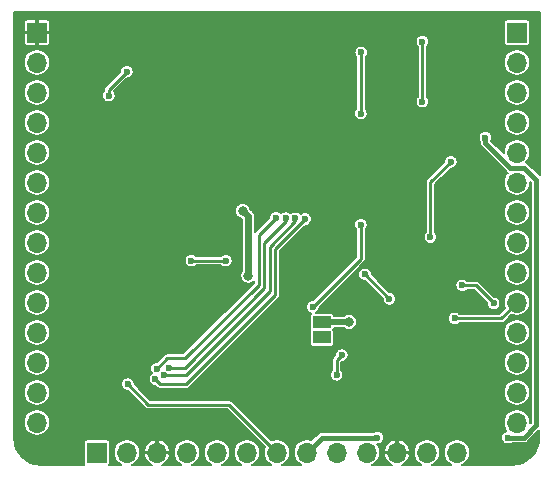
<source format=gbr>
G04 #@! TF.GenerationSoftware,KiCad,Pcbnew,(5.1.8)-1*
G04 #@! TF.CreationDate,2021-08-04T08:43:16+02:00*
G04 #@! TF.ProjectId,SuperPower-uC-KiCad,53757065-7250-46f7-9765-722d75432d4b,rev?*
G04 #@! TF.SameCoordinates,Original*
G04 #@! TF.FileFunction,Copper,L2,Bot*
G04 #@! TF.FilePolarity,Positive*
%FSLAX46Y46*%
G04 Gerber Fmt 4.6, Leading zero omitted, Abs format (unit mm)*
G04 Created by KiCad (PCBNEW (5.1.8)-1) date 2021-08-04 08:43:16*
%MOMM*%
%LPD*%
G01*
G04 APERTURE LIST*
G04 #@! TA.AperFunction,SMDPad,CuDef*
%ADD10R,1.500000X1.000000*%
G04 #@! TD*
G04 #@! TA.AperFunction,ComponentPad*
%ADD11O,1.700000X1.700000*%
G04 #@! TD*
G04 #@! TA.AperFunction,ComponentPad*
%ADD12R,1.700000X1.700000*%
G04 #@! TD*
G04 #@! TA.AperFunction,ViaPad*
%ADD13C,0.600000*%
G04 #@! TD*
G04 #@! TA.AperFunction,ViaPad*
%ADD14C,0.800000*%
G04 #@! TD*
G04 #@! TA.AperFunction,Conductor*
%ADD15C,0.250000*%
G04 #@! TD*
G04 #@! TA.AperFunction,Conductor*
%ADD16C,0.500000*%
G04 #@! TD*
G04 #@! TA.AperFunction,Conductor*
%ADD17C,0.600000*%
G04 #@! TD*
G04 #@! TA.AperFunction,Conductor*
%ADD18C,0.400000*%
G04 #@! TD*
G04 #@! TA.AperFunction,Conductor*
%ADD19C,0.150000*%
G04 #@! TD*
G04 #@! TA.AperFunction,Conductor*
%ADD20C,0.100000*%
G04 #@! TD*
G04 APERTURE END LIST*
D10*
X152247600Y-106045000D03*
X152247600Y-107345000D03*
D11*
X163677600Y-117094000D03*
X161137600Y-117094000D03*
X158597600Y-117094000D03*
X156057600Y-117094000D03*
X153517600Y-117094000D03*
X150977600Y-117094000D03*
X148437600Y-117094000D03*
X145897600Y-117094000D03*
X143357600Y-117094000D03*
X140817600Y-117094000D03*
X138277600Y-117094000D03*
X135737600Y-117094000D03*
D12*
X133197600Y-117094000D03*
D11*
X128117600Y-114554000D03*
X128117600Y-112014000D03*
X128117600Y-109474000D03*
X128117600Y-106934000D03*
X128117600Y-104394000D03*
X128117600Y-101854000D03*
X128117600Y-99314000D03*
X128117600Y-96774000D03*
X128117600Y-94234000D03*
X128117600Y-91694000D03*
X128117600Y-89154000D03*
X128117600Y-86614000D03*
X128117600Y-84074000D03*
D12*
X128117600Y-81534000D03*
D11*
X168757600Y-114554000D03*
X168757600Y-112014000D03*
X168757600Y-109474000D03*
X168757600Y-106934000D03*
X168757600Y-104394000D03*
X168757600Y-101854000D03*
X168757600Y-99314000D03*
X168757600Y-96774000D03*
X168757600Y-94234000D03*
X168757600Y-91694000D03*
X168757600Y-89154000D03*
X168757600Y-86614000D03*
X168757600Y-84074000D03*
D12*
X168757600Y-81534000D03*
D13*
X145669000Y-86791800D03*
X145669000Y-87807800D03*
X145669000Y-88823800D03*
X145669000Y-89839800D03*
X145669000Y-90855800D03*
X146685000Y-90855800D03*
X147701000Y-90855800D03*
X148717000Y-90855800D03*
X149733000Y-90855800D03*
X149733000Y-89839800D03*
X149733000Y-88823800D03*
X149733000Y-87807800D03*
X149733000Y-86791800D03*
X148717000Y-86791800D03*
X147701000Y-86791800D03*
X146685000Y-86791800D03*
X146685000Y-87807800D03*
X146685000Y-88823800D03*
X146685000Y-89839800D03*
X147701000Y-89839800D03*
X148717000Y-89839800D03*
X148717000Y-88823800D03*
X148717000Y-87807800D03*
X147701000Y-87807800D03*
X147701000Y-88823800D03*
D14*
X138557000Y-81203800D03*
X158750000Y-81330800D03*
D13*
X146405594Y-106934000D03*
D14*
X150942214Y-104022988D03*
D13*
X158140400Y-100135021D03*
D14*
X131546600Y-82423000D03*
X133832600Y-83439000D03*
X135864600Y-109474000D03*
D13*
X137261611Y-83311989D03*
X136626600Y-86868000D03*
X136499600Y-113106200D03*
X164058600Y-81407000D03*
X162407600Y-90297000D03*
X159613600Y-91567000D03*
D14*
X142976600Y-97155000D03*
X143992600Y-103124000D03*
X151993600Y-110490000D03*
X152374600Y-112395000D03*
D13*
X159613600Y-110617000D03*
X166795643Y-104457500D03*
X164122100Y-102933500D03*
X163487100Y-105727500D03*
X155559742Y-88402142D03*
X155575000Y-83220400D03*
X151480005Y-104755195D03*
X155559753Y-97790004D03*
X134213600Y-86868000D03*
X135737600Y-84836000D03*
X163169600Y-92476990D03*
X161433898Y-98846002D03*
X138889543Y-110564435D03*
X150012839Y-97259210D03*
X139347065Y-109908163D03*
X149189490Y-97246239D03*
X135816673Y-111305038D03*
X141198596Y-100838000D03*
X144119600Y-100838000D03*
X153495269Y-110512331D03*
X153939931Y-108835669D03*
X155905200Y-102005378D03*
X157968026Y-104083776D03*
D14*
X154561611Y-106045000D03*
X152161600Y-106045000D03*
X145541999Y-96621603D03*
X146024600Y-102108012D03*
X152247600Y-107315000D03*
D13*
X166090600Y-90424000D03*
X156946600Y-115824000D03*
X167995600Y-115824000D03*
X138150610Y-110871000D03*
X150840559Y-97315388D03*
X138277600Y-109982000D03*
X148353128Y-97211927D03*
X160756600Y-87376000D03*
X160756590Y-82296000D03*
D15*
X165271643Y-102933500D02*
X164122100Y-102933500D01*
X166795643Y-104457500D02*
X165271643Y-102933500D01*
X167424100Y-105727500D02*
X163487100Y-105727500D01*
X168757600Y-104394000D02*
X167424100Y-105727500D01*
X155559742Y-83235658D02*
X155575000Y-83220400D01*
X155559742Y-88402142D02*
X155559742Y-83235658D01*
X151480005Y-104755195D02*
X155559753Y-100675447D01*
X155559753Y-100675447D02*
X155559753Y-97790004D01*
X134213600Y-86360000D02*
X135737600Y-84836000D01*
X134213600Y-86868000D02*
X134213600Y-86360000D01*
X161433898Y-94212692D02*
X161433898Y-98846002D01*
X163169600Y-92476990D02*
X161433898Y-94212692D01*
X147860589Y-103447011D02*
X147860589Y-99658947D01*
X147860589Y-99658947D02*
X150012839Y-97506697D01*
X138889543Y-110564435D02*
X140743165Y-110564435D01*
X150012839Y-97506697D02*
X150012839Y-97259210D01*
X140743165Y-110564435D02*
X147860589Y-103447011D01*
X147352589Y-99330628D02*
X149189490Y-97493727D01*
X149189490Y-97493727D02*
X149189490Y-97246239D01*
X140636027Y-109908163D02*
X147352589Y-103191601D01*
X147352589Y-103191601D02*
X147352589Y-99330628D01*
X139347065Y-109908163D02*
X140636027Y-109908163D01*
X137541635Y-113030000D02*
X135816673Y-111305038D01*
X144373600Y-113030000D02*
X137541635Y-113030000D01*
X148437600Y-117094000D02*
X144373600Y-113030000D01*
X141198596Y-100838000D02*
X144119600Y-100838000D01*
X153495269Y-109280331D02*
X153939931Y-108835669D01*
X153495269Y-110512331D02*
X153495269Y-109280331D01*
X155905200Y-102005378D02*
X157968026Y-104068204D01*
X157968026Y-104068204D02*
X157968026Y-104083776D01*
D16*
X154561611Y-106045000D02*
X152161600Y-106045000D01*
D17*
X146024600Y-97104204D02*
X146024600Y-102108012D01*
X145541999Y-96621603D02*
X146024600Y-97104204D01*
D16*
X152247600Y-107345000D02*
X152247600Y-107315000D01*
D18*
X152247600Y-115824000D02*
X150977600Y-117094000D01*
X156946600Y-115824000D02*
X152247600Y-115824000D01*
X166090600Y-90424000D02*
X166090600Y-90877002D01*
X166090600Y-90877002D02*
X168177598Y-92964000D01*
X168177598Y-92964000D02*
X169365101Y-92964000D01*
X169365101Y-92964000D02*
X170408600Y-94007499D01*
X170408600Y-94007499D02*
X170408600Y-114753002D01*
X170408600Y-114753002D02*
X169337602Y-115824000D01*
X169337602Y-115824000D02*
X167995600Y-115824000D01*
D15*
X138150610Y-110871000D02*
X138577609Y-111297999D01*
X138577609Y-111297999D02*
X140771601Y-111297999D01*
X140771601Y-111297999D02*
X148310600Y-103759000D01*
X148310600Y-103759000D02*
X148310600Y-99845347D01*
X148310600Y-99845347D02*
X150840559Y-97315388D01*
X146902578Y-98662477D02*
X148353128Y-97211927D01*
X146902578Y-102881022D02*
X146902578Y-98662477D01*
X140690600Y-109093000D02*
X146902578Y-102881022D01*
X139166600Y-109093000D02*
X140690600Y-109093000D01*
X138277600Y-109982000D02*
X139166600Y-109093000D01*
D16*
X145897600Y-117094000D02*
X146278600Y-117094000D01*
D15*
X160756600Y-87376000D02*
X160756600Y-82296010D01*
X160756600Y-82296010D02*
X160756590Y-82296000D01*
D19*
X170708040Y-81915137D02*
X170705910Y-93633058D01*
X169717485Y-92644634D01*
X169702602Y-92626499D01*
X169630274Y-92567141D01*
X169547755Y-92523034D01*
X169526118Y-92516471D01*
X169631444Y-92411145D01*
X169754562Y-92226887D01*
X169839367Y-92022150D01*
X169882600Y-91804803D01*
X169882600Y-91583197D01*
X169839367Y-91365850D01*
X169754562Y-91161113D01*
X169631444Y-90976855D01*
X169474745Y-90820156D01*
X169290487Y-90697038D01*
X169085750Y-90612233D01*
X168868403Y-90569000D01*
X168646797Y-90569000D01*
X168429450Y-90612233D01*
X168224713Y-90697038D01*
X168040455Y-90820156D01*
X167883756Y-90976855D01*
X167760638Y-91161113D01*
X167675833Y-91365850D01*
X167632600Y-91583197D01*
X167632600Y-91747251D01*
X166592770Y-90707422D01*
X166600158Y-90696365D01*
X166643503Y-90591721D01*
X166665600Y-90480633D01*
X166665600Y-90367367D01*
X166643503Y-90256279D01*
X166600158Y-90151635D01*
X166537232Y-90057459D01*
X166457141Y-89977368D01*
X166362965Y-89914442D01*
X166258321Y-89871097D01*
X166147233Y-89849000D01*
X166033967Y-89849000D01*
X165922879Y-89871097D01*
X165818235Y-89914442D01*
X165724059Y-89977368D01*
X165643968Y-90057459D01*
X165581042Y-90151635D01*
X165537697Y-90256279D01*
X165515600Y-90367367D01*
X165515600Y-90480633D01*
X165537697Y-90591721D01*
X165581042Y-90696365D01*
X165615601Y-90748086D01*
X165615601Y-90853660D01*
X165613302Y-90877002D01*
X165622473Y-90970118D01*
X165631235Y-90999000D01*
X165649635Y-91059656D01*
X165693742Y-91142175D01*
X165753100Y-91214503D01*
X165771229Y-91229381D01*
X167825223Y-93283377D01*
X167840097Y-93301501D01*
X167912425Y-93360859D01*
X167966200Y-93389602D01*
X167994943Y-93404966D01*
X167995482Y-93405129D01*
X167883756Y-93516855D01*
X167760638Y-93701113D01*
X167675833Y-93905850D01*
X167632600Y-94123197D01*
X167632600Y-94344803D01*
X167675833Y-94562150D01*
X167760638Y-94766887D01*
X167883756Y-94951145D01*
X168040455Y-95107844D01*
X168224713Y-95230962D01*
X168429450Y-95315767D01*
X168646797Y-95359000D01*
X168868403Y-95359000D01*
X169085750Y-95315767D01*
X169290487Y-95230962D01*
X169474745Y-95107844D01*
X169631444Y-94951145D01*
X169754562Y-94766887D01*
X169839367Y-94562150D01*
X169882600Y-94344803D01*
X169882600Y-94153250D01*
X169933600Y-94204250D01*
X169933601Y-114556249D01*
X169882600Y-114607250D01*
X169882600Y-114443197D01*
X169839367Y-114225850D01*
X169754562Y-114021113D01*
X169631444Y-113836855D01*
X169474745Y-113680156D01*
X169290487Y-113557038D01*
X169085750Y-113472233D01*
X168868403Y-113429000D01*
X168646797Y-113429000D01*
X168429450Y-113472233D01*
X168224713Y-113557038D01*
X168040455Y-113680156D01*
X167883756Y-113836855D01*
X167760638Y-114021113D01*
X167675833Y-114225850D01*
X167632600Y-114443197D01*
X167632600Y-114664803D01*
X167675833Y-114882150D01*
X167760638Y-115086887D01*
X167877172Y-115261292D01*
X167827879Y-115271097D01*
X167723235Y-115314442D01*
X167629059Y-115377368D01*
X167548968Y-115457459D01*
X167486042Y-115551635D01*
X167442697Y-115656279D01*
X167420600Y-115767367D01*
X167420600Y-115880633D01*
X167442697Y-115991721D01*
X167486042Y-116096365D01*
X167548968Y-116190541D01*
X167629059Y-116270632D01*
X167723235Y-116333558D01*
X167827879Y-116376903D01*
X167938967Y-116399000D01*
X168052233Y-116399000D01*
X168163321Y-116376903D01*
X168267965Y-116333558D01*
X168319685Y-116299000D01*
X169314270Y-116299000D01*
X169337602Y-116301298D01*
X169360934Y-116299000D01*
X169430718Y-116292127D01*
X169520256Y-116264966D01*
X169602775Y-116220859D01*
X169675103Y-116161501D01*
X169689986Y-116143366D01*
X170652160Y-115181193D01*
X170652160Y-115819490D01*
X170607122Y-116278830D01*
X170477979Y-116706569D01*
X170268217Y-117101074D01*
X169985826Y-117447320D01*
X169641556Y-117732126D01*
X169248520Y-117944639D01*
X168821704Y-118076761D01*
X168363198Y-118124952D01*
X168360889Y-118124960D01*
X164128409Y-118124960D01*
X164210487Y-118090962D01*
X164394745Y-117967844D01*
X164551444Y-117811145D01*
X164674562Y-117626887D01*
X164759367Y-117422150D01*
X164802600Y-117204803D01*
X164802600Y-116983197D01*
X164759367Y-116765850D01*
X164674562Y-116561113D01*
X164551444Y-116376855D01*
X164394745Y-116220156D01*
X164210487Y-116097038D01*
X164005750Y-116012233D01*
X163788403Y-115969000D01*
X163566797Y-115969000D01*
X163349450Y-116012233D01*
X163144713Y-116097038D01*
X162960455Y-116220156D01*
X162803756Y-116376855D01*
X162680638Y-116561113D01*
X162595833Y-116765850D01*
X162552600Y-116983197D01*
X162552600Y-117204803D01*
X162595833Y-117422150D01*
X162680638Y-117626887D01*
X162803756Y-117811145D01*
X162960455Y-117967844D01*
X163144713Y-118090962D01*
X163226791Y-118124960D01*
X161588409Y-118124960D01*
X161670487Y-118090962D01*
X161854745Y-117967844D01*
X162011444Y-117811145D01*
X162134562Y-117626887D01*
X162219367Y-117422150D01*
X162262600Y-117204803D01*
X162262600Y-116983197D01*
X162219367Y-116765850D01*
X162134562Y-116561113D01*
X162011444Y-116376855D01*
X161854745Y-116220156D01*
X161670487Y-116097038D01*
X161465750Y-116012233D01*
X161248403Y-115969000D01*
X161026797Y-115969000D01*
X160809450Y-116012233D01*
X160604713Y-116097038D01*
X160420455Y-116220156D01*
X160263756Y-116376855D01*
X160140638Y-116561113D01*
X160055833Y-116765850D01*
X160012600Y-116983197D01*
X160012600Y-117204803D01*
X160055833Y-117422150D01*
X160140638Y-117626887D01*
X160263756Y-117811145D01*
X160420455Y-117967844D01*
X160604713Y-118090962D01*
X160686791Y-118124960D01*
X159039122Y-118124960D01*
X159196714Y-118046207D01*
X159370968Y-117911029D01*
X159515502Y-117744453D01*
X159624762Y-117552881D01*
X159694549Y-117343674D01*
X159651351Y-117169000D01*
X158672600Y-117169000D01*
X158672600Y-117189000D01*
X158522600Y-117189000D01*
X158522600Y-117169000D01*
X157543849Y-117169000D01*
X157500651Y-117343674D01*
X157570438Y-117552881D01*
X157679698Y-117744453D01*
X157824232Y-117911029D01*
X157998486Y-118046207D01*
X158156078Y-118124960D01*
X156508409Y-118124960D01*
X156590487Y-118090962D01*
X156774745Y-117967844D01*
X156931444Y-117811145D01*
X157054562Y-117626887D01*
X157139367Y-117422150D01*
X157182600Y-117204803D01*
X157182600Y-116983197D01*
X157154977Y-116844326D01*
X157500651Y-116844326D01*
X157543849Y-117019000D01*
X158522600Y-117019000D01*
X158522600Y-116040416D01*
X158672600Y-116040416D01*
X158672600Y-117019000D01*
X159651351Y-117019000D01*
X159694549Y-116844326D01*
X159624762Y-116635119D01*
X159515502Y-116443547D01*
X159370968Y-116276971D01*
X159196714Y-116141793D01*
X158999436Y-116043208D01*
X158847274Y-115997055D01*
X158672600Y-116040416D01*
X158522600Y-116040416D01*
X158347926Y-115997055D01*
X158195764Y-116043208D01*
X157998486Y-116141793D01*
X157824232Y-116276971D01*
X157679698Y-116443547D01*
X157570438Y-116635119D01*
X157500651Y-116844326D01*
X157154977Y-116844326D01*
X157139367Y-116765850D01*
X157054562Y-116561113D01*
X156946241Y-116399000D01*
X157003233Y-116399000D01*
X157114321Y-116376903D01*
X157218965Y-116333558D01*
X157313141Y-116270632D01*
X157393232Y-116190541D01*
X157456158Y-116096365D01*
X157499503Y-115991721D01*
X157521600Y-115880633D01*
X157521600Y-115767367D01*
X157499503Y-115656279D01*
X157456158Y-115551635D01*
X157393232Y-115457459D01*
X157313141Y-115377368D01*
X157218965Y-115314442D01*
X157114321Y-115271097D01*
X157003233Y-115249000D01*
X156889967Y-115249000D01*
X156778879Y-115271097D01*
X156674235Y-115314442D01*
X156622515Y-115349000D01*
X152270931Y-115349000D01*
X152247599Y-115346702D01*
X152154483Y-115355873D01*
X152127322Y-115364112D01*
X152064946Y-115383034D01*
X151982427Y-115427141D01*
X151910099Y-115486499D01*
X151895220Y-115504629D01*
X151363638Y-116036211D01*
X151305750Y-116012233D01*
X151088403Y-115969000D01*
X150866797Y-115969000D01*
X150649450Y-116012233D01*
X150444713Y-116097038D01*
X150260455Y-116220156D01*
X150103756Y-116376855D01*
X149980638Y-116561113D01*
X149895833Y-116765850D01*
X149852600Y-116983197D01*
X149852600Y-117204803D01*
X149895833Y-117422150D01*
X149980638Y-117626887D01*
X150103756Y-117811145D01*
X150260455Y-117967844D01*
X150444713Y-118090962D01*
X150526791Y-118124960D01*
X148888409Y-118124960D01*
X148970487Y-118090962D01*
X149154745Y-117967844D01*
X149311444Y-117811145D01*
X149434562Y-117626887D01*
X149519367Y-117422150D01*
X149562600Y-117204803D01*
X149562600Y-116983197D01*
X149519367Y-116765850D01*
X149434562Y-116561113D01*
X149311444Y-116376855D01*
X149154745Y-116220156D01*
X148970487Y-116097038D01*
X148765750Y-116012233D01*
X148548403Y-115969000D01*
X148326797Y-115969000D01*
X148109450Y-116012233D01*
X147976563Y-116067277D01*
X144670335Y-112761050D01*
X144657811Y-112745789D01*
X144596903Y-112695803D01*
X144527414Y-112658660D01*
X144452014Y-112635788D01*
X144393247Y-112630000D01*
X144393246Y-112630000D01*
X144373600Y-112628065D01*
X144353954Y-112630000D01*
X137707320Y-112630000D01*
X136980517Y-111903197D01*
X167632600Y-111903197D01*
X167632600Y-112124803D01*
X167675833Y-112342150D01*
X167760638Y-112546887D01*
X167883756Y-112731145D01*
X168040455Y-112887844D01*
X168224713Y-113010962D01*
X168429450Y-113095767D01*
X168646797Y-113139000D01*
X168868403Y-113139000D01*
X169085750Y-113095767D01*
X169290487Y-113010962D01*
X169474745Y-112887844D01*
X169631444Y-112731145D01*
X169754562Y-112546887D01*
X169839367Y-112342150D01*
X169882600Y-112124803D01*
X169882600Y-111903197D01*
X169839367Y-111685850D01*
X169754562Y-111481113D01*
X169631444Y-111296855D01*
X169474745Y-111140156D01*
X169290487Y-111017038D01*
X169085750Y-110932233D01*
X168868403Y-110889000D01*
X168646797Y-110889000D01*
X168429450Y-110932233D01*
X168224713Y-111017038D01*
X168040455Y-111140156D01*
X167883756Y-111296855D01*
X167760638Y-111481113D01*
X167675833Y-111685850D01*
X167632600Y-111903197D01*
X136980517Y-111903197D01*
X136391673Y-111314353D01*
X136391673Y-111248405D01*
X136369576Y-111137317D01*
X136326231Y-111032673D01*
X136263305Y-110938497D01*
X136183214Y-110858406D01*
X136117305Y-110814367D01*
X137575610Y-110814367D01*
X137575610Y-110927633D01*
X137597707Y-111038721D01*
X137641052Y-111143365D01*
X137703978Y-111237541D01*
X137784069Y-111317632D01*
X137878245Y-111380558D01*
X137982889Y-111423903D01*
X138093977Y-111446000D01*
X138159924Y-111446000D01*
X138280876Y-111566952D01*
X138293398Y-111582210D01*
X138308656Y-111594732D01*
X138308658Y-111594734D01*
X138354306Y-111632196D01*
X138423795Y-111669339D01*
X138499195Y-111692211D01*
X138577609Y-111699934D01*
X138597256Y-111697999D01*
X140751955Y-111697999D01*
X140771601Y-111699934D01*
X140791247Y-111697999D01*
X140791248Y-111697999D01*
X140850015Y-111692211D01*
X140925415Y-111669339D01*
X140994904Y-111632196D01*
X141055812Y-111582210D01*
X141068338Y-111566947D01*
X142179587Y-110455698D01*
X152920269Y-110455698D01*
X152920269Y-110568964D01*
X152942366Y-110680052D01*
X152985711Y-110784696D01*
X153048637Y-110878872D01*
X153128728Y-110958963D01*
X153222904Y-111021889D01*
X153327548Y-111065234D01*
X153438636Y-111087331D01*
X153551902Y-111087331D01*
X153662990Y-111065234D01*
X153767634Y-111021889D01*
X153861810Y-110958963D01*
X153941901Y-110878872D01*
X154004827Y-110784696D01*
X154048172Y-110680052D01*
X154070269Y-110568964D01*
X154070269Y-110455698D01*
X154048172Y-110344610D01*
X154004827Y-110239966D01*
X153941901Y-110145790D01*
X153895269Y-110099158D01*
X153895269Y-109446016D01*
X153930616Y-109410669D01*
X153996564Y-109410669D01*
X154107652Y-109388572D01*
X154168912Y-109363197D01*
X167632600Y-109363197D01*
X167632600Y-109584803D01*
X167675833Y-109802150D01*
X167760638Y-110006887D01*
X167883756Y-110191145D01*
X168040455Y-110347844D01*
X168224713Y-110470962D01*
X168429450Y-110555767D01*
X168646797Y-110599000D01*
X168868403Y-110599000D01*
X169085750Y-110555767D01*
X169290487Y-110470962D01*
X169474745Y-110347844D01*
X169631444Y-110191145D01*
X169754562Y-110006887D01*
X169839367Y-109802150D01*
X169882600Y-109584803D01*
X169882600Y-109363197D01*
X169839367Y-109145850D01*
X169754562Y-108941113D01*
X169631444Y-108756855D01*
X169474745Y-108600156D01*
X169290487Y-108477038D01*
X169085750Y-108392233D01*
X168868403Y-108349000D01*
X168646797Y-108349000D01*
X168429450Y-108392233D01*
X168224713Y-108477038D01*
X168040455Y-108600156D01*
X167883756Y-108756855D01*
X167760638Y-108941113D01*
X167675833Y-109145850D01*
X167632600Y-109363197D01*
X154168912Y-109363197D01*
X154212296Y-109345227D01*
X154306472Y-109282301D01*
X154386563Y-109202210D01*
X154449489Y-109108034D01*
X154492834Y-109003390D01*
X154514931Y-108892302D01*
X154514931Y-108779036D01*
X154492834Y-108667948D01*
X154449489Y-108563304D01*
X154386563Y-108469128D01*
X154306472Y-108389037D01*
X154212296Y-108326111D01*
X154107652Y-108282766D01*
X153996564Y-108260669D01*
X153883298Y-108260669D01*
X153772210Y-108282766D01*
X153667566Y-108326111D01*
X153573390Y-108389037D01*
X153493299Y-108469128D01*
X153430373Y-108563304D01*
X153387028Y-108667948D01*
X153364931Y-108779036D01*
X153364931Y-108844984D01*
X153226316Y-108983599D01*
X153211059Y-108996120D01*
X153198537Y-109011378D01*
X153198534Y-109011381D01*
X153161072Y-109057029D01*
X153123930Y-109126517D01*
X153101057Y-109201918D01*
X153093334Y-109280331D01*
X153095270Y-109299987D01*
X153095269Y-110099158D01*
X153048637Y-110145790D01*
X152985711Y-110239966D01*
X152942366Y-110344610D01*
X152920269Y-110455698D01*
X142179587Y-110455698D01*
X147936723Y-104698562D01*
X150905005Y-104698562D01*
X150905005Y-104811828D01*
X150927102Y-104922916D01*
X150970447Y-105027560D01*
X151033373Y-105121736D01*
X151113464Y-105201827D01*
X151207640Y-105264753D01*
X151312284Y-105308098D01*
X151345194Y-105314644D01*
X151344079Y-105315240D01*
X151302205Y-105349605D01*
X151267840Y-105391479D01*
X151242304Y-105439253D01*
X151226580Y-105491091D01*
X151221270Y-105545000D01*
X151221270Y-106545000D01*
X151226580Y-106598909D01*
X151242304Y-106650747D01*
X151265958Y-106695000D01*
X151242304Y-106739253D01*
X151226580Y-106791091D01*
X151221270Y-106845000D01*
X151221270Y-107845000D01*
X151226580Y-107898909D01*
X151242304Y-107950747D01*
X151267840Y-107998521D01*
X151302205Y-108040395D01*
X151344079Y-108074760D01*
X151391853Y-108100296D01*
X151443691Y-108116020D01*
X151497600Y-108121330D01*
X152997600Y-108121330D01*
X153051509Y-108116020D01*
X153103347Y-108100296D01*
X153151121Y-108074760D01*
X153192995Y-108040395D01*
X153227360Y-107998521D01*
X153252896Y-107950747D01*
X153268620Y-107898909D01*
X153273930Y-107845000D01*
X153273930Y-106845000D01*
X153271783Y-106823197D01*
X167632600Y-106823197D01*
X167632600Y-107044803D01*
X167675833Y-107262150D01*
X167760638Y-107466887D01*
X167883756Y-107651145D01*
X168040455Y-107807844D01*
X168224713Y-107930962D01*
X168429450Y-108015767D01*
X168646797Y-108059000D01*
X168868403Y-108059000D01*
X169085750Y-108015767D01*
X169290487Y-107930962D01*
X169474745Y-107807844D01*
X169631444Y-107651145D01*
X169754562Y-107466887D01*
X169839367Y-107262150D01*
X169882600Y-107044803D01*
X169882600Y-106823197D01*
X169839367Y-106605850D01*
X169754562Y-106401113D01*
X169631444Y-106216855D01*
X169474745Y-106060156D01*
X169290487Y-105937038D01*
X169085750Y-105852233D01*
X168868403Y-105809000D01*
X168646797Y-105809000D01*
X168429450Y-105852233D01*
X168224713Y-105937038D01*
X168040455Y-106060156D01*
X167883756Y-106216855D01*
X167760638Y-106401113D01*
X167675833Y-106605850D01*
X167632600Y-106823197D01*
X153271783Y-106823197D01*
X153268620Y-106791091D01*
X153252896Y-106739253D01*
X153229242Y-106695000D01*
X153252896Y-106650747D01*
X153268620Y-106598909D01*
X153271468Y-106570000D01*
X154132361Y-106570000D01*
X154241879Y-106643177D01*
X154364721Y-106694060D01*
X154495129Y-106720000D01*
X154628093Y-106720000D01*
X154758501Y-106694060D01*
X154881343Y-106643177D01*
X154991898Y-106569307D01*
X155085918Y-106475287D01*
X155159788Y-106364732D01*
X155210671Y-106241890D01*
X155236611Y-106111482D01*
X155236611Y-105978518D01*
X155210671Y-105848110D01*
X155159788Y-105725268D01*
X155123439Y-105670867D01*
X162912100Y-105670867D01*
X162912100Y-105784133D01*
X162934197Y-105895221D01*
X162977542Y-105999865D01*
X163040468Y-106094041D01*
X163120559Y-106174132D01*
X163214735Y-106237058D01*
X163319379Y-106280403D01*
X163430467Y-106302500D01*
X163543733Y-106302500D01*
X163654821Y-106280403D01*
X163759465Y-106237058D01*
X163853641Y-106174132D01*
X163900273Y-106127500D01*
X167404454Y-106127500D01*
X167424100Y-106129435D01*
X167443746Y-106127500D01*
X167443747Y-106127500D01*
X167502514Y-106121712D01*
X167577914Y-106098840D01*
X167647403Y-106061697D01*
X167708311Y-106011711D01*
X167720837Y-105996448D01*
X168296562Y-105420723D01*
X168429450Y-105475767D01*
X168646797Y-105519000D01*
X168868403Y-105519000D01*
X169085750Y-105475767D01*
X169290487Y-105390962D01*
X169474745Y-105267844D01*
X169631444Y-105111145D01*
X169754562Y-104926887D01*
X169839367Y-104722150D01*
X169882600Y-104504803D01*
X169882600Y-104283197D01*
X169839367Y-104065850D01*
X169754562Y-103861113D01*
X169631444Y-103676855D01*
X169474745Y-103520156D01*
X169290487Y-103397038D01*
X169085750Y-103312233D01*
X168868403Y-103269000D01*
X168646797Y-103269000D01*
X168429450Y-103312233D01*
X168224713Y-103397038D01*
X168040455Y-103520156D01*
X167883756Y-103676855D01*
X167760638Y-103861113D01*
X167675833Y-104065850D01*
X167632600Y-104283197D01*
X167632600Y-104504803D01*
X167675833Y-104722150D01*
X167730877Y-104855038D01*
X167258415Y-105327500D01*
X163900273Y-105327500D01*
X163853641Y-105280868D01*
X163759465Y-105217942D01*
X163654821Y-105174597D01*
X163543733Y-105152500D01*
X163430467Y-105152500D01*
X163319379Y-105174597D01*
X163214735Y-105217942D01*
X163120559Y-105280868D01*
X163040468Y-105360959D01*
X162977542Y-105455135D01*
X162934197Y-105559779D01*
X162912100Y-105670867D01*
X155123439Y-105670867D01*
X155085918Y-105614713D01*
X154991898Y-105520693D01*
X154881343Y-105446823D01*
X154758501Y-105395940D01*
X154628093Y-105370000D01*
X154495129Y-105370000D01*
X154364721Y-105395940D01*
X154241879Y-105446823D01*
X154132361Y-105520000D01*
X153271468Y-105520000D01*
X153268620Y-105491091D01*
X153252896Y-105439253D01*
X153227360Y-105391479D01*
X153192995Y-105349605D01*
X153151121Y-105315240D01*
X153103347Y-105289704D01*
X153051509Y-105273980D01*
X152997600Y-105268670D01*
X151742914Y-105268670D01*
X151752370Y-105264753D01*
X151846546Y-105201827D01*
X151926637Y-105121736D01*
X151989563Y-105027560D01*
X152032908Y-104922916D01*
X152055005Y-104811828D01*
X152055005Y-104745880D01*
X154852140Y-101948745D01*
X155330200Y-101948745D01*
X155330200Y-102062011D01*
X155352297Y-102173099D01*
X155395642Y-102277743D01*
X155458568Y-102371919D01*
X155538659Y-102452010D01*
X155632835Y-102514936D01*
X155737479Y-102558281D01*
X155848567Y-102580378D01*
X155914515Y-102580378D01*
X157393026Y-104058889D01*
X157393026Y-104140409D01*
X157415123Y-104251497D01*
X157458468Y-104356141D01*
X157521394Y-104450317D01*
X157601485Y-104530408D01*
X157695661Y-104593334D01*
X157800305Y-104636679D01*
X157911393Y-104658776D01*
X158024659Y-104658776D01*
X158135747Y-104636679D01*
X158240391Y-104593334D01*
X158334567Y-104530408D01*
X158414658Y-104450317D01*
X158477584Y-104356141D01*
X158520929Y-104251497D01*
X158543026Y-104140409D01*
X158543026Y-104027143D01*
X158520929Y-103916055D01*
X158477584Y-103811411D01*
X158414658Y-103717235D01*
X158334567Y-103637144D01*
X158240391Y-103574218D01*
X158135747Y-103530873D01*
X158024659Y-103508776D01*
X157974283Y-103508776D01*
X157342374Y-102876867D01*
X163547100Y-102876867D01*
X163547100Y-102990133D01*
X163569197Y-103101221D01*
X163612542Y-103205865D01*
X163675468Y-103300041D01*
X163755559Y-103380132D01*
X163849735Y-103443058D01*
X163954379Y-103486403D01*
X164065467Y-103508500D01*
X164178733Y-103508500D01*
X164289821Y-103486403D01*
X164394465Y-103443058D01*
X164488641Y-103380132D01*
X164535273Y-103333500D01*
X165105958Y-103333500D01*
X166220643Y-104448185D01*
X166220643Y-104514133D01*
X166242740Y-104625221D01*
X166286085Y-104729865D01*
X166349011Y-104824041D01*
X166429102Y-104904132D01*
X166523278Y-104967058D01*
X166627922Y-105010403D01*
X166739010Y-105032500D01*
X166852276Y-105032500D01*
X166963364Y-105010403D01*
X167068008Y-104967058D01*
X167162184Y-104904132D01*
X167242275Y-104824041D01*
X167305201Y-104729865D01*
X167348546Y-104625221D01*
X167370643Y-104514133D01*
X167370643Y-104400867D01*
X167348546Y-104289779D01*
X167305201Y-104185135D01*
X167242275Y-104090959D01*
X167162184Y-104010868D01*
X167068008Y-103947942D01*
X166963364Y-103904597D01*
X166852276Y-103882500D01*
X166786328Y-103882500D01*
X165568380Y-102664552D01*
X165555854Y-102649289D01*
X165494946Y-102599303D01*
X165425457Y-102562160D01*
X165350057Y-102539288D01*
X165291290Y-102533500D01*
X165291289Y-102533500D01*
X165271643Y-102531565D01*
X165251997Y-102533500D01*
X164535273Y-102533500D01*
X164488641Y-102486868D01*
X164394465Y-102423942D01*
X164289821Y-102380597D01*
X164178733Y-102358500D01*
X164065467Y-102358500D01*
X163954379Y-102380597D01*
X163849735Y-102423942D01*
X163755559Y-102486868D01*
X163675468Y-102566959D01*
X163612542Y-102661135D01*
X163569197Y-102765779D01*
X163547100Y-102876867D01*
X157342374Y-102876867D01*
X156480200Y-102014693D01*
X156480200Y-101948745D01*
X156458103Y-101837657D01*
X156418977Y-101743197D01*
X167632600Y-101743197D01*
X167632600Y-101964803D01*
X167675833Y-102182150D01*
X167760638Y-102386887D01*
X167883756Y-102571145D01*
X168040455Y-102727844D01*
X168224713Y-102850962D01*
X168429450Y-102935767D01*
X168646797Y-102979000D01*
X168868403Y-102979000D01*
X169085750Y-102935767D01*
X169290487Y-102850962D01*
X169474745Y-102727844D01*
X169631444Y-102571145D01*
X169754562Y-102386887D01*
X169839367Y-102182150D01*
X169882600Y-101964803D01*
X169882600Y-101743197D01*
X169839367Y-101525850D01*
X169754562Y-101321113D01*
X169631444Y-101136855D01*
X169474745Y-100980156D01*
X169290487Y-100857038D01*
X169085750Y-100772233D01*
X168868403Y-100729000D01*
X168646797Y-100729000D01*
X168429450Y-100772233D01*
X168224713Y-100857038D01*
X168040455Y-100980156D01*
X167883756Y-101136855D01*
X167760638Y-101321113D01*
X167675833Y-101525850D01*
X167632600Y-101743197D01*
X156418977Y-101743197D01*
X156414758Y-101733013D01*
X156351832Y-101638837D01*
X156271741Y-101558746D01*
X156177565Y-101495820D01*
X156072921Y-101452475D01*
X155961833Y-101430378D01*
X155848567Y-101430378D01*
X155737479Y-101452475D01*
X155632835Y-101495820D01*
X155538659Y-101558746D01*
X155458568Y-101638837D01*
X155395642Y-101733013D01*
X155352297Y-101837657D01*
X155330200Y-101948745D01*
X154852140Y-101948745D01*
X155828707Y-100972179D01*
X155843964Y-100959658D01*
X155893950Y-100898750D01*
X155931093Y-100829261D01*
X155953965Y-100753861D01*
X155959753Y-100695094D01*
X155959753Y-100695093D01*
X155961688Y-100675447D01*
X155959753Y-100655801D01*
X155959753Y-98789369D01*
X160858898Y-98789369D01*
X160858898Y-98902635D01*
X160880995Y-99013723D01*
X160924340Y-99118367D01*
X160987266Y-99212543D01*
X161067357Y-99292634D01*
X161161533Y-99355560D01*
X161266177Y-99398905D01*
X161377265Y-99421002D01*
X161490531Y-99421002D01*
X161601619Y-99398905D01*
X161706263Y-99355560D01*
X161800439Y-99292634D01*
X161880530Y-99212543D01*
X161886774Y-99203197D01*
X167632600Y-99203197D01*
X167632600Y-99424803D01*
X167675833Y-99642150D01*
X167760638Y-99846887D01*
X167883756Y-100031145D01*
X168040455Y-100187844D01*
X168224713Y-100310962D01*
X168429450Y-100395767D01*
X168646797Y-100439000D01*
X168868403Y-100439000D01*
X169085750Y-100395767D01*
X169290487Y-100310962D01*
X169474745Y-100187844D01*
X169631444Y-100031145D01*
X169754562Y-99846887D01*
X169839367Y-99642150D01*
X169882600Y-99424803D01*
X169882600Y-99203197D01*
X169839367Y-98985850D01*
X169754562Y-98781113D01*
X169631444Y-98596855D01*
X169474745Y-98440156D01*
X169290487Y-98317038D01*
X169085750Y-98232233D01*
X168868403Y-98189000D01*
X168646797Y-98189000D01*
X168429450Y-98232233D01*
X168224713Y-98317038D01*
X168040455Y-98440156D01*
X167883756Y-98596855D01*
X167760638Y-98781113D01*
X167675833Y-98985850D01*
X167632600Y-99203197D01*
X161886774Y-99203197D01*
X161943456Y-99118367D01*
X161986801Y-99013723D01*
X162008898Y-98902635D01*
X162008898Y-98789369D01*
X161986801Y-98678281D01*
X161943456Y-98573637D01*
X161880530Y-98479461D01*
X161833898Y-98432829D01*
X161833898Y-96663197D01*
X167632600Y-96663197D01*
X167632600Y-96884803D01*
X167675833Y-97102150D01*
X167760638Y-97306887D01*
X167883756Y-97491145D01*
X168040455Y-97647844D01*
X168224713Y-97770962D01*
X168429450Y-97855767D01*
X168646797Y-97899000D01*
X168868403Y-97899000D01*
X169085750Y-97855767D01*
X169290487Y-97770962D01*
X169474745Y-97647844D01*
X169631444Y-97491145D01*
X169754562Y-97306887D01*
X169839367Y-97102150D01*
X169882600Y-96884803D01*
X169882600Y-96663197D01*
X169839367Y-96445850D01*
X169754562Y-96241113D01*
X169631444Y-96056855D01*
X169474745Y-95900156D01*
X169290487Y-95777038D01*
X169085750Y-95692233D01*
X168868403Y-95649000D01*
X168646797Y-95649000D01*
X168429450Y-95692233D01*
X168224713Y-95777038D01*
X168040455Y-95900156D01*
X167883756Y-96056855D01*
X167760638Y-96241113D01*
X167675833Y-96445850D01*
X167632600Y-96663197D01*
X161833898Y-96663197D01*
X161833898Y-94378377D01*
X163160286Y-93051990D01*
X163226233Y-93051990D01*
X163337321Y-93029893D01*
X163441965Y-92986548D01*
X163536141Y-92923622D01*
X163616232Y-92843531D01*
X163679158Y-92749355D01*
X163722503Y-92644711D01*
X163744600Y-92533623D01*
X163744600Y-92420357D01*
X163722503Y-92309269D01*
X163679158Y-92204625D01*
X163616232Y-92110449D01*
X163536141Y-92030358D01*
X163441965Y-91967432D01*
X163337321Y-91924087D01*
X163226233Y-91901990D01*
X163112967Y-91901990D01*
X163001879Y-91924087D01*
X162897235Y-91967432D01*
X162803059Y-92030358D01*
X162722968Y-92110449D01*
X162660042Y-92204625D01*
X162616697Y-92309269D01*
X162594600Y-92420357D01*
X162594600Y-92486304D01*
X161164950Y-93915955D01*
X161149687Y-93928481D01*
X161099701Y-93989390D01*
X161062558Y-94058879D01*
X161049898Y-94100614D01*
X161039686Y-94134279D01*
X161031963Y-94212692D01*
X161033898Y-94232338D01*
X161033899Y-98432828D01*
X160987266Y-98479461D01*
X160924340Y-98573637D01*
X160880995Y-98678281D01*
X160858898Y-98789369D01*
X155959753Y-98789369D01*
X155959753Y-98203177D01*
X156006385Y-98156545D01*
X156069311Y-98062369D01*
X156112656Y-97957725D01*
X156134753Y-97846637D01*
X156134753Y-97733371D01*
X156112656Y-97622283D01*
X156069311Y-97517639D01*
X156006385Y-97423463D01*
X155926294Y-97343372D01*
X155832118Y-97280446D01*
X155727474Y-97237101D01*
X155616386Y-97215004D01*
X155503120Y-97215004D01*
X155392032Y-97237101D01*
X155287388Y-97280446D01*
X155193212Y-97343372D01*
X155113121Y-97423463D01*
X155050195Y-97517639D01*
X155006850Y-97622283D01*
X154984753Y-97733371D01*
X154984753Y-97846637D01*
X155006850Y-97957725D01*
X155050195Y-98062369D01*
X155113121Y-98156545D01*
X155159754Y-98203178D01*
X155159753Y-100509761D01*
X151489320Y-104180195D01*
X151423372Y-104180195D01*
X151312284Y-104202292D01*
X151207640Y-104245637D01*
X151113464Y-104308563D01*
X151033373Y-104388654D01*
X150970447Y-104482830D01*
X150927102Y-104587474D01*
X150905005Y-104698562D01*
X147936723Y-104698562D01*
X148579549Y-104055736D01*
X148594811Y-104043211D01*
X148644797Y-103982303D01*
X148681940Y-103912814D01*
X148704812Y-103837414D01*
X148710600Y-103778647D01*
X148710600Y-103778646D01*
X148712535Y-103759000D01*
X148710600Y-103739353D01*
X148710600Y-100011032D01*
X150831245Y-97890388D01*
X150897192Y-97890388D01*
X151008280Y-97868291D01*
X151112924Y-97824946D01*
X151207100Y-97762020D01*
X151287191Y-97681929D01*
X151350117Y-97587753D01*
X151393462Y-97483109D01*
X151415559Y-97372021D01*
X151415559Y-97258755D01*
X151393462Y-97147667D01*
X151350117Y-97043023D01*
X151287191Y-96948847D01*
X151207100Y-96868756D01*
X151112924Y-96805830D01*
X151008280Y-96762485D01*
X150897192Y-96740388D01*
X150783926Y-96740388D01*
X150672838Y-96762485D01*
X150568194Y-96805830D01*
X150474018Y-96868756D01*
X150454788Y-96887986D01*
X150379380Y-96812578D01*
X150285204Y-96749652D01*
X150180560Y-96706307D01*
X150069472Y-96684210D01*
X149956206Y-96684210D01*
X149845118Y-96706307D01*
X149740474Y-96749652D01*
X149646298Y-96812578D01*
X149607650Y-96851226D01*
X149556031Y-96799607D01*
X149461855Y-96736681D01*
X149357211Y-96693336D01*
X149246123Y-96671239D01*
X149132857Y-96671239D01*
X149021769Y-96693336D01*
X148917125Y-96736681D01*
X148822949Y-96799607D01*
X148788465Y-96834091D01*
X148719669Y-96765295D01*
X148625493Y-96702369D01*
X148520849Y-96659024D01*
X148409761Y-96636927D01*
X148296495Y-96636927D01*
X148185407Y-96659024D01*
X148080763Y-96702369D01*
X147986587Y-96765295D01*
X147906496Y-96845386D01*
X147843570Y-96939562D01*
X147800225Y-97044206D01*
X147778128Y-97155294D01*
X147778128Y-97221242D01*
X146633626Y-98365744D01*
X146618368Y-98378266D01*
X146605846Y-98393524D01*
X146605843Y-98393527D01*
X146599600Y-98401134D01*
X146599600Y-97132447D01*
X146602382Y-97104204D01*
X146599600Y-97075958D01*
X146591280Y-96991484D01*
X146558401Y-96883096D01*
X146541794Y-96852027D01*
X146505008Y-96783205D01*
X146451159Y-96717590D01*
X146433154Y-96695650D01*
X146411213Y-96677644D01*
X146199198Y-96465629D01*
X146191059Y-96424713D01*
X146140176Y-96301871D01*
X146066306Y-96191316D01*
X145972286Y-96097296D01*
X145861731Y-96023426D01*
X145738889Y-95972543D01*
X145608481Y-95946603D01*
X145475517Y-95946603D01*
X145345109Y-95972543D01*
X145222267Y-96023426D01*
X145111712Y-96097296D01*
X145017692Y-96191316D01*
X144943822Y-96301871D01*
X144892939Y-96424713D01*
X144866999Y-96555121D01*
X144866999Y-96688085D01*
X144892939Y-96818493D01*
X144943822Y-96941335D01*
X145017692Y-97051890D01*
X145111712Y-97145910D01*
X145222267Y-97219780D01*
X145345109Y-97270663D01*
X145386025Y-97278802D01*
X145449600Y-97342377D01*
X145449601Y-101753592D01*
X145426423Y-101788280D01*
X145375540Y-101911122D01*
X145349600Y-102041530D01*
X145349600Y-102174494D01*
X145375540Y-102304902D01*
X145426423Y-102427744D01*
X145500293Y-102538299D01*
X145594313Y-102632319D01*
X145704868Y-102706189D01*
X145827710Y-102757072D01*
X145958118Y-102783012D01*
X146091082Y-102783012D01*
X146221490Y-102757072D01*
X146344332Y-102706189D01*
X146454887Y-102632319D01*
X146502578Y-102584628D01*
X146502578Y-102715337D01*
X140524915Y-108693000D01*
X139186247Y-108693000D01*
X139166600Y-108691065D01*
X139088186Y-108698788D01*
X139012785Y-108721660D01*
X138943297Y-108758803D01*
X138897649Y-108796265D01*
X138897647Y-108796267D01*
X138882389Y-108808789D01*
X138869867Y-108824047D01*
X138286915Y-109407000D01*
X138220967Y-109407000D01*
X138109879Y-109429097D01*
X138005235Y-109472442D01*
X137911059Y-109535368D01*
X137830968Y-109615459D01*
X137768042Y-109709635D01*
X137724697Y-109814279D01*
X137702600Y-109925367D01*
X137702600Y-110038633D01*
X137724697Y-110149721D01*
X137768042Y-110254365D01*
X137830968Y-110348541D01*
X137857638Y-110375211D01*
X137784069Y-110424368D01*
X137703978Y-110504459D01*
X137641052Y-110598635D01*
X137597707Y-110703279D01*
X137575610Y-110814367D01*
X136117305Y-110814367D01*
X136089038Y-110795480D01*
X135984394Y-110752135D01*
X135873306Y-110730038D01*
X135760040Y-110730038D01*
X135648952Y-110752135D01*
X135544308Y-110795480D01*
X135450132Y-110858406D01*
X135370041Y-110938497D01*
X135307115Y-111032673D01*
X135263770Y-111137317D01*
X135241673Y-111248405D01*
X135241673Y-111361671D01*
X135263770Y-111472759D01*
X135307115Y-111577403D01*
X135370041Y-111671579D01*
X135450132Y-111751670D01*
X135544308Y-111814596D01*
X135648952Y-111857941D01*
X135760040Y-111880038D01*
X135825988Y-111880038D01*
X137244898Y-113298948D01*
X137257424Y-113314211D01*
X137272685Y-113326735D01*
X137318332Y-113364197D01*
X137387821Y-113401340D01*
X137463221Y-113424212D01*
X137541635Y-113431935D01*
X137561282Y-113430000D01*
X144207915Y-113430000D01*
X147410877Y-116632963D01*
X147355833Y-116765850D01*
X147312600Y-116983197D01*
X147312600Y-117204803D01*
X147355833Y-117422150D01*
X147440638Y-117626887D01*
X147563756Y-117811145D01*
X147720455Y-117967844D01*
X147904713Y-118090962D01*
X147986791Y-118124960D01*
X146348409Y-118124960D01*
X146430487Y-118090962D01*
X146614745Y-117967844D01*
X146771444Y-117811145D01*
X146894562Y-117626887D01*
X146979367Y-117422150D01*
X147022600Y-117204803D01*
X147022600Y-116983197D01*
X146979367Y-116765850D01*
X146894562Y-116561113D01*
X146771444Y-116376855D01*
X146614745Y-116220156D01*
X146430487Y-116097038D01*
X146225750Y-116012233D01*
X146008403Y-115969000D01*
X145786797Y-115969000D01*
X145569450Y-116012233D01*
X145364713Y-116097038D01*
X145180455Y-116220156D01*
X145023756Y-116376855D01*
X144900638Y-116561113D01*
X144815833Y-116765850D01*
X144772600Y-116983197D01*
X144772600Y-117204803D01*
X144815833Y-117422150D01*
X144900638Y-117626887D01*
X145023756Y-117811145D01*
X145180455Y-117967844D01*
X145364713Y-118090962D01*
X145446791Y-118124960D01*
X143808409Y-118124960D01*
X143890487Y-118090962D01*
X144074745Y-117967844D01*
X144231444Y-117811145D01*
X144354562Y-117626887D01*
X144439367Y-117422150D01*
X144482600Y-117204803D01*
X144482600Y-116983197D01*
X144439367Y-116765850D01*
X144354562Y-116561113D01*
X144231444Y-116376855D01*
X144074745Y-116220156D01*
X143890487Y-116097038D01*
X143685750Y-116012233D01*
X143468403Y-115969000D01*
X143246797Y-115969000D01*
X143029450Y-116012233D01*
X142824713Y-116097038D01*
X142640455Y-116220156D01*
X142483756Y-116376855D01*
X142360638Y-116561113D01*
X142275833Y-116765850D01*
X142232600Y-116983197D01*
X142232600Y-117204803D01*
X142275833Y-117422150D01*
X142360638Y-117626887D01*
X142483756Y-117811145D01*
X142640455Y-117967844D01*
X142824713Y-118090962D01*
X142906791Y-118124960D01*
X141268409Y-118124960D01*
X141350487Y-118090962D01*
X141534745Y-117967844D01*
X141691444Y-117811145D01*
X141814562Y-117626887D01*
X141899367Y-117422150D01*
X141942600Y-117204803D01*
X141942600Y-116983197D01*
X141899367Y-116765850D01*
X141814562Y-116561113D01*
X141691444Y-116376855D01*
X141534745Y-116220156D01*
X141350487Y-116097038D01*
X141145750Y-116012233D01*
X140928403Y-115969000D01*
X140706797Y-115969000D01*
X140489450Y-116012233D01*
X140284713Y-116097038D01*
X140100455Y-116220156D01*
X139943756Y-116376855D01*
X139820638Y-116561113D01*
X139735833Y-116765850D01*
X139692600Y-116983197D01*
X139692600Y-117204803D01*
X139735833Y-117422150D01*
X139820638Y-117626887D01*
X139943756Y-117811145D01*
X140100455Y-117967844D01*
X140284713Y-118090962D01*
X140366791Y-118124960D01*
X138719122Y-118124960D01*
X138876714Y-118046207D01*
X139050968Y-117911029D01*
X139195502Y-117744453D01*
X139304762Y-117552881D01*
X139374549Y-117343674D01*
X139331351Y-117169000D01*
X138352600Y-117169000D01*
X138352600Y-117189000D01*
X138202600Y-117189000D01*
X138202600Y-117169000D01*
X137223849Y-117169000D01*
X137180651Y-117343674D01*
X137250438Y-117552881D01*
X137359698Y-117744453D01*
X137504232Y-117911029D01*
X137678486Y-118046207D01*
X137836078Y-118124960D01*
X136188409Y-118124960D01*
X136270487Y-118090962D01*
X136454745Y-117967844D01*
X136611444Y-117811145D01*
X136734562Y-117626887D01*
X136819367Y-117422150D01*
X136862600Y-117204803D01*
X136862600Y-116983197D01*
X136834977Y-116844326D01*
X137180651Y-116844326D01*
X137223849Y-117019000D01*
X138202600Y-117019000D01*
X138202600Y-116040416D01*
X138352600Y-116040416D01*
X138352600Y-117019000D01*
X139331351Y-117019000D01*
X139374549Y-116844326D01*
X139304762Y-116635119D01*
X139195502Y-116443547D01*
X139050968Y-116276971D01*
X138876714Y-116141793D01*
X138679436Y-116043208D01*
X138527274Y-115997055D01*
X138352600Y-116040416D01*
X138202600Y-116040416D01*
X138027926Y-115997055D01*
X137875764Y-116043208D01*
X137678486Y-116141793D01*
X137504232Y-116276971D01*
X137359698Y-116443547D01*
X137250438Y-116635119D01*
X137180651Y-116844326D01*
X136834977Y-116844326D01*
X136819367Y-116765850D01*
X136734562Y-116561113D01*
X136611444Y-116376855D01*
X136454745Y-116220156D01*
X136270487Y-116097038D01*
X136065750Y-116012233D01*
X135848403Y-115969000D01*
X135626797Y-115969000D01*
X135409450Y-116012233D01*
X135204713Y-116097038D01*
X135020455Y-116220156D01*
X134863756Y-116376855D01*
X134740638Y-116561113D01*
X134655833Y-116765850D01*
X134612600Y-116983197D01*
X134612600Y-117204803D01*
X134655833Y-117422150D01*
X134740638Y-117626887D01*
X134863756Y-117811145D01*
X135020455Y-117967844D01*
X135204713Y-118090962D01*
X135286791Y-118124960D01*
X134254841Y-118124960D01*
X134277360Y-118097521D01*
X134302896Y-118049747D01*
X134318620Y-117997909D01*
X134323930Y-117944000D01*
X134323930Y-116244000D01*
X134318620Y-116190091D01*
X134302896Y-116138253D01*
X134277360Y-116090479D01*
X134242995Y-116048605D01*
X134201121Y-116014240D01*
X134153347Y-115988704D01*
X134101509Y-115972980D01*
X134047600Y-115967670D01*
X132347600Y-115967670D01*
X132293691Y-115972980D01*
X132241853Y-115988704D01*
X132194079Y-116014240D01*
X132152205Y-116048605D01*
X132117840Y-116090479D01*
X132092304Y-116138253D01*
X132076580Y-116190091D01*
X132071270Y-116244000D01*
X132071270Y-117944000D01*
X132076580Y-117997909D01*
X132092304Y-118049747D01*
X132117840Y-118097521D01*
X132140359Y-118124960D01*
X128447230Y-118124960D01*
X127997757Y-118080889D01*
X127579508Y-117954612D01*
X127193760Y-117749507D01*
X126855193Y-117473378D01*
X126576710Y-117136749D01*
X126368914Y-116752438D01*
X126239722Y-116335089D01*
X126192567Y-115886440D01*
X126192560Y-115884483D01*
X126192560Y-114443197D01*
X126992600Y-114443197D01*
X126992600Y-114664803D01*
X127035833Y-114882150D01*
X127120638Y-115086887D01*
X127243756Y-115271145D01*
X127400455Y-115427844D01*
X127584713Y-115550962D01*
X127789450Y-115635767D01*
X128006797Y-115679000D01*
X128228403Y-115679000D01*
X128445750Y-115635767D01*
X128650487Y-115550962D01*
X128834745Y-115427844D01*
X128991444Y-115271145D01*
X129114562Y-115086887D01*
X129199367Y-114882150D01*
X129242600Y-114664803D01*
X129242600Y-114443197D01*
X129199367Y-114225850D01*
X129114562Y-114021113D01*
X128991444Y-113836855D01*
X128834745Y-113680156D01*
X128650487Y-113557038D01*
X128445750Y-113472233D01*
X128228403Y-113429000D01*
X128006797Y-113429000D01*
X127789450Y-113472233D01*
X127584713Y-113557038D01*
X127400455Y-113680156D01*
X127243756Y-113836855D01*
X127120638Y-114021113D01*
X127035833Y-114225850D01*
X126992600Y-114443197D01*
X126192560Y-114443197D01*
X126192560Y-111903197D01*
X126992600Y-111903197D01*
X126992600Y-112124803D01*
X127035833Y-112342150D01*
X127120638Y-112546887D01*
X127243756Y-112731145D01*
X127400455Y-112887844D01*
X127584713Y-113010962D01*
X127789450Y-113095767D01*
X128006797Y-113139000D01*
X128228403Y-113139000D01*
X128445750Y-113095767D01*
X128650487Y-113010962D01*
X128834745Y-112887844D01*
X128991444Y-112731145D01*
X129114562Y-112546887D01*
X129199367Y-112342150D01*
X129242600Y-112124803D01*
X129242600Y-111903197D01*
X129199367Y-111685850D01*
X129114562Y-111481113D01*
X128991444Y-111296855D01*
X128834745Y-111140156D01*
X128650487Y-111017038D01*
X128445750Y-110932233D01*
X128228403Y-110889000D01*
X128006797Y-110889000D01*
X127789450Y-110932233D01*
X127584713Y-111017038D01*
X127400455Y-111140156D01*
X127243756Y-111296855D01*
X127120638Y-111481113D01*
X127035833Y-111685850D01*
X126992600Y-111903197D01*
X126192560Y-111903197D01*
X126192560Y-109363197D01*
X126992600Y-109363197D01*
X126992600Y-109584803D01*
X127035833Y-109802150D01*
X127120638Y-110006887D01*
X127243756Y-110191145D01*
X127400455Y-110347844D01*
X127584713Y-110470962D01*
X127789450Y-110555767D01*
X128006797Y-110599000D01*
X128228403Y-110599000D01*
X128445750Y-110555767D01*
X128650487Y-110470962D01*
X128834745Y-110347844D01*
X128991444Y-110191145D01*
X129114562Y-110006887D01*
X129199367Y-109802150D01*
X129242600Y-109584803D01*
X129242600Y-109363197D01*
X129199367Y-109145850D01*
X129114562Y-108941113D01*
X128991444Y-108756855D01*
X128834745Y-108600156D01*
X128650487Y-108477038D01*
X128445750Y-108392233D01*
X128228403Y-108349000D01*
X128006797Y-108349000D01*
X127789450Y-108392233D01*
X127584713Y-108477038D01*
X127400455Y-108600156D01*
X127243756Y-108756855D01*
X127120638Y-108941113D01*
X127035833Y-109145850D01*
X126992600Y-109363197D01*
X126192560Y-109363197D01*
X126192560Y-106823197D01*
X126992600Y-106823197D01*
X126992600Y-107044803D01*
X127035833Y-107262150D01*
X127120638Y-107466887D01*
X127243756Y-107651145D01*
X127400455Y-107807844D01*
X127584713Y-107930962D01*
X127789450Y-108015767D01*
X128006797Y-108059000D01*
X128228403Y-108059000D01*
X128445750Y-108015767D01*
X128650487Y-107930962D01*
X128834745Y-107807844D01*
X128991444Y-107651145D01*
X129114562Y-107466887D01*
X129199367Y-107262150D01*
X129242600Y-107044803D01*
X129242600Y-106823197D01*
X129199367Y-106605850D01*
X129114562Y-106401113D01*
X128991444Y-106216855D01*
X128834745Y-106060156D01*
X128650487Y-105937038D01*
X128445750Y-105852233D01*
X128228403Y-105809000D01*
X128006797Y-105809000D01*
X127789450Y-105852233D01*
X127584713Y-105937038D01*
X127400455Y-106060156D01*
X127243756Y-106216855D01*
X127120638Y-106401113D01*
X127035833Y-106605850D01*
X126992600Y-106823197D01*
X126192560Y-106823197D01*
X126192560Y-104283197D01*
X126992600Y-104283197D01*
X126992600Y-104504803D01*
X127035833Y-104722150D01*
X127120638Y-104926887D01*
X127243756Y-105111145D01*
X127400455Y-105267844D01*
X127584713Y-105390962D01*
X127789450Y-105475767D01*
X128006797Y-105519000D01*
X128228403Y-105519000D01*
X128445750Y-105475767D01*
X128650487Y-105390962D01*
X128834745Y-105267844D01*
X128991444Y-105111145D01*
X129114562Y-104926887D01*
X129199367Y-104722150D01*
X129242600Y-104504803D01*
X129242600Y-104283197D01*
X129199367Y-104065850D01*
X129114562Y-103861113D01*
X128991444Y-103676855D01*
X128834745Y-103520156D01*
X128650487Y-103397038D01*
X128445750Y-103312233D01*
X128228403Y-103269000D01*
X128006797Y-103269000D01*
X127789450Y-103312233D01*
X127584713Y-103397038D01*
X127400455Y-103520156D01*
X127243756Y-103676855D01*
X127120638Y-103861113D01*
X127035833Y-104065850D01*
X126992600Y-104283197D01*
X126192560Y-104283197D01*
X126192560Y-101743197D01*
X126992600Y-101743197D01*
X126992600Y-101964803D01*
X127035833Y-102182150D01*
X127120638Y-102386887D01*
X127243756Y-102571145D01*
X127400455Y-102727844D01*
X127584713Y-102850962D01*
X127789450Y-102935767D01*
X128006797Y-102979000D01*
X128228403Y-102979000D01*
X128445750Y-102935767D01*
X128650487Y-102850962D01*
X128834745Y-102727844D01*
X128991444Y-102571145D01*
X129114562Y-102386887D01*
X129199367Y-102182150D01*
X129242600Y-101964803D01*
X129242600Y-101743197D01*
X129199367Y-101525850D01*
X129114562Y-101321113D01*
X128991444Y-101136855D01*
X128834745Y-100980156D01*
X128650487Y-100857038D01*
X128467802Y-100781367D01*
X140623596Y-100781367D01*
X140623596Y-100894633D01*
X140645693Y-101005721D01*
X140689038Y-101110365D01*
X140751964Y-101204541D01*
X140832055Y-101284632D01*
X140926231Y-101347558D01*
X141030875Y-101390903D01*
X141141963Y-101413000D01*
X141255229Y-101413000D01*
X141366317Y-101390903D01*
X141470961Y-101347558D01*
X141565137Y-101284632D01*
X141611769Y-101238000D01*
X143706427Y-101238000D01*
X143753059Y-101284632D01*
X143847235Y-101347558D01*
X143951879Y-101390903D01*
X144062967Y-101413000D01*
X144176233Y-101413000D01*
X144287321Y-101390903D01*
X144391965Y-101347558D01*
X144486141Y-101284632D01*
X144566232Y-101204541D01*
X144629158Y-101110365D01*
X144672503Y-101005721D01*
X144694600Y-100894633D01*
X144694600Y-100781367D01*
X144672503Y-100670279D01*
X144629158Y-100565635D01*
X144566232Y-100471459D01*
X144486141Y-100391368D01*
X144391965Y-100328442D01*
X144287321Y-100285097D01*
X144176233Y-100263000D01*
X144062967Y-100263000D01*
X143951879Y-100285097D01*
X143847235Y-100328442D01*
X143753059Y-100391368D01*
X143706427Y-100438000D01*
X141611769Y-100438000D01*
X141565137Y-100391368D01*
X141470961Y-100328442D01*
X141366317Y-100285097D01*
X141255229Y-100263000D01*
X141141963Y-100263000D01*
X141030875Y-100285097D01*
X140926231Y-100328442D01*
X140832055Y-100391368D01*
X140751964Y-100471459D01*
X140689038Y-100565635D01*
X140645693Y-100670279D01*
X140623596Y-100781367D01*
X128467802Y-100781367D01*
X128445750Y-100772233D01*
X128228403Y-100729000D01*
X128006797Y-100729000D01*
X127789450Y-100772233D01*
X127584713Y-100857038D01*
X127400455Y-100980156D01*
X127243756Y-101136855D01*
X127120638Y-101321113D01*
X127035833Y-101525850D01*
X126992600Y-101743197D01*
X126192560Y-101743197D01*
X126192560Y-99203197D01*
X126992600Y-99203197D01*
X126992600Y-99424803D01*
X127035833Y-99642150D01*
X127120638Y-99846887D01*
X127243756Y-100031145D01*
X127400455Y-100187844D01*
X127584713Y-100310962D01*
X127789450Y-100395767D01*
X128006797Y-100439000D01*
X128228403Y-100439000D01*
X128445750Y-100395767D01*
X128650487Y-100310962D01*
X128834745Y-100187844D01*
X128991444Y-100031145D01*
X129114562Y-99846887D01*
X129199367Y-99642150D01*
X129242600Y-99424803D01*
X129242600Y-99203197D01*
X129199367Y-98985850D01*
X129114562Y-98781113D01*
X128991444Y-98596855D01*
X128834745Y-98440156D01*
X128650487Y-98317038D01*
X128445750Y-98232233D01*
X128228403Y-98189000D01*
X128006797Y-98189000D01*
X127789450Y-98232233D01*
X127584713Y-98317038D01*
X127400455Y-98440156D01*
X127243756Y-98596855D01*
X127120638Y-98781113D01*
X127035833Y-98985850D01*
X126992600Y-99203197D01*
X126192560Y-99203197D01*
X126192560Y-96663197D01*
X126992600Y-96663197D01*
X126992600Y-96884803D01*
X127035833Y-97102150D01*
X127120638Y-97306887D01*
X127243756Y-97491145D01*
X127400455Y-97647844D01*
X127584713Y-97770962D01*
X127789450Y-97855767D01*
X128006797Y-97899000D01*
X128228403Y-97899000D01*
X128445750Y-97855767D01*
X128650487Y-97770962D01*
X128834745Y-97647844D01*
X128991444Y-97491145D01*
X129114562Y-97306887D01*
X129199367Y-97102150D01*
X129242600Y-96884803D01*
X129242600Y-96663197D01*
X129199367Y-96445850D01*
X129114562Y-96241113D01*
X128991444Y-96056855D01*
X128834745Y-95900156D01*
X128650487Y-95777038D01*
X128445750Y-95692233D01*
X128228403Y-95649000D01*
X128006797Y-95649000D01*
X127789450Y-95692233D01*
X127584713Y-95777038D01*
X127400455Y-95900156D01*
X127243756Y-96056855D01*
X127120638Y-96241113D01*
X127035833Y-96445850D01*
X126992600Y-96663197D01*
X126192560Y-96663197D01*
X126192560Y-94123197D01*
X126992600Y-94123197D01*
X126992600Y-94344803D01*
X127035833Y-94562150D01*
X127120638Y-94766887D01*
X127243756Y-94951145D01*
X127400455Y-95107844D01*
X127584713Y-95230962D01*
X127789450Y-95315767D01*
X128006797Y-95359000D01*
X128228403Y-95359000D01*
X128445750Y-95315767D01*
X128650487Y-95230962D01*
X128834745Y-95107844D01*
X128991444Y-94951145D01*
X129114562Y-94766887D01*
X129199367Y-94562150D01*
X129242600Y-94344803D01*
X129242600Y-94123197D01*
X129199367Y-93905850D01*
X129114562Y-93701113D01*
X128991444Y-93516855D01*
X128834745Y-93360156D01*
X128650487Y-93237038D01*
X128445750Y-93152233D01*
X128228403Y-93109000D01*
X128006797Y-93109000D01*
X127789450Y-93152233D01*
X127584713Y-93237038D01*
X127400455Y-93360156D01*
X127243756Y-93516855D01*
X127120638Y-93701113D01*
X127035833Y-93905850D01*
X126992600Y-94123197D01*
X126192560Y-94123197D01*
X126192560Y-91583197D01*
X126992600Y-91583197D01*
X126992600Y-91804803D01*
X127035833Y-92022150D01*
X127120638Y-92226887D01*
X127243756Y-92411145D01*
X127400455Y-92567844D01*
X127584713Y-92690962D01*
X127789450Y-92775767D01*
X128006797Y-92819000D01*
X128228403Y-92819000D01*
X128445750Y-92775767D01*
X128650487Y-92690962D01*
X128834745Y-92567844D01*
X128991444Y-92411145D01*
X129114562Y-92226887D01*
X129199367Y-92022150D01*
X129242600Y-91804803D01*
X129242600Y-91583197D01*
X129199367Y-91365850D01*
X129114562Y-91161113D01*
X128991444Y-90976855D01*
X128834745Y-90820156D01*
X128650487Y-90697038D01*
X128445750Y-90612233D01*
X128228403Y-90569000D01*
X128006797Y-90569000D01*
X127789450Y-90612233D01*
X127584713Y-90697038D01*
X127400455Y-90820156D01*
X127243756Y-90976855D01*
X127120638Y-91161113D01*
X127035833Y-91365850D01*
X126992600Y-91583197D01*
X126192560Y-91583197D01*
X126192560Y-89043197D01*
X126992600Y-89043197D01*
X126992600Y-89264803D01*
X127035833Y-89482150D01*
X127120638Y-89686887D01*
X127243756Y-89871145D01*
X127400455Y-90027844D01*
X127584713Y-90150962D01*
X127789450Y-90235767D01*
X128006797Y-90279000D01*
X128228403Y-90279000D01*
X128445750Y-90235767D01*
X128650487Y-90150962D01*
X128834745Y-90027844D01*
X128991444Y-89871145D01*
X129114562Y-89686887D01*
X129199367Y-89482150D01*
X129242600Y-89264803D01*
X129242600Y-89043197D01*
X167632600Y-89043197D01*
X167632600Y-89264803D01*
X167675833Y-89482150D01*
X167760638Y-89686887D01*
X167883756Y-89871145D01*
X168040455Y-90027844D01*
X168224713Y-90150962D01*
X168429450Y-90235767D01*
X168646797Y-90279000D01*
X168868403Y-90279000D01*
X169085750Y-90235767D01*
X169290487Y-90150962D01*
X169474745Y-90027844D01*
X169631444Y-89871145D01*
X169754562Y-89686887D01*
X169839367Y-89482150D01*
X169882600Y-89264803D01*
X169882600Y-89043197D01*
X169839367Y-88825850D01*
X169754562Y-88621113D01*
X169631444Y-88436855D01*
X169474745Y-88280156D01*
X169290487Y-88157038D01*
X169085750Y-88072233D01*
X168868403Y-88029000D01*
X168646797Y-88029000D01*
X168429450Y-88072233D01*
X168224713Y-88157038D01*
X168040455Y-88280156D01*
X167883756Y-88436855D01*
X167760638Y-88621113D01*
X167675833Y-88825850D01*
X167632600Y-89043197D01*
X129242600Y-89043197D01*
X129199367Y-88825850D01*
X129114562Y-88621113D01*
X128991444Y-88436855D01*
X128900098Y-88345509D01*
X154984742Y-88345509D01*
X154984742Y-88458775D01*
X155006839Y-88569863D01*
X155050184Y-88674507D01*
X155113110Y-88768683D01*
X155193201Y-88848774D01*
X155287377Y-88911700D01*
X155392021Y-88955045D01*
X155503109Y-88977142D01*
X155616375Y-88977142D01*
X155727463Y-88955045D01*
X155832107Y-88911700D01*
X155926283Y-88848774D01*
X156006374Y-88768683D01*
X156069300Y-88674507D01*
X156112645Y-88569863D01*
X156134742Y-88458775D01*
X156134742Y-88345509D01*
X156112645Y-88234421D01*
X156069300Y-88129777D01*
X156006374Y-88035601D01*
X155959742Y-87988969D01*
X155959742Y-83648831D01*
X156021632Y-83586941D01*
X156084558Y-83492765D01*
X156127903Y-83388121D01*
X156150000Y-83277033D01*
X156150000Y-83163767D01*
X156127903Y-83052679D01*
X156084558Y-82948035D01*
X156021632Y-82853859D01*
X155941541Y-82773768D01*
X155847365Y-82710842D01*
X155742721Y-82667497D01*
X155631633Y-82645400D01*
X155518367Y-82645400D01*
X155407279Y-82667497D01*
X155302635Y-82710842D01*
X155208459Y-82773768D01*
X155128368Y-82853859D01*
X155065442Y-82948035D01*
X155022097Y-83052679D01*
X155000000Y-83163767D01*
X155000000Y-83277033D01*
X155022097Y-83388121D01*
X155065442Y-83492765D01*
X155128368Y-83586941D01*
X155159743Y-83618316D01*
X155159742Y-87988969D01*
X155113110Y-88035601D01*
X155050184Y-88129777D01*
X155006839Y-88234421D01*
X154984742Y-88345509D01*
X128900098Y-88345509D01*
X128834745Y-88280156D01*
X128650487Y-88157038D01*
X128445750Y-88072233D01*
X128228403Y-88029000D01*
X128006797Y-88029000D01*
X127789450Y-88072233D01*
X127584713Y-88157038D01*
X127400455Y-88280156D01*
X127243756Y-88436855D01*
X127120638Y-88621113D01*
X127035833Y-88825850D01*
X126992600Y-89043197D01*
X126192560Y-89043197D01*
X126192560Y-86503197D01*
X126992600Y-86503197D01*
X126992600Y-86724803D01*
X127035833Y-86942150D01*
X127120638Y-87146887D01*
X127243756Y-87331145D01*
X127400455Y-87487844D01*
X127584713Y-87610962D01*
X127789450Y-87695767D01*
X128006797Y-87739000D01*
X128228403Y-87739000D01*
X128445750Y-87695767D01*
X128650487Y-87610962D01*
X128834745Y-87487844D01*
X128991444Y-87331145D01*
X129114562Y-87146887D01*
X129199367Y-86942150D01*
X129225381Y-86811367D01*
X133638600Y-86811367D01*
X133638600Y-86924633D01*
X133660697Y-87035721D01*
X133704042Y-87140365D01*
X133766968Y-87234541D01*
X133847059Y-87314632D01*
X133941235Y-87377558D01*
X134045879Y-87420903D01*
X134156967Y-87443000D01*
X134270233Y-87443000D01*
X134381321Y-87420903D01*
X134485965Y-87377558D01*
X134580141Y-87314632D01*
X134660232Y-87234541D01*
X134723158Y-87140365D01*
X134766503Y-87035721D01*
X134788600Y-86924633D01*
X134788600Y-86811367D01*
X134766503Y-86700279D01*
X134723158Y-86595635D01*
X134660232Y-86501459D01*
X134649029Y-86490256D01*
X135728285Y-85411000D01*
X135794233Y-85411000D01*
X135905321Y-85388903D01*
X136009965Y-85345558D01*
X136104141Y-85282632D01*
X136184232Y-85202541D01*
X136247158Y-85108365D01*
X136290503Y-85003721D01*
X136312600Y-84892633D01*
X136312600Y-84779367D01*
X136290503Y-84668279D01*
X136247158Y-84563635D01*
X136184232Y-84469459D01*
X136104141Y-84389368D01*
X136009965Y-84326442D01*
X135905321Y-84283097D01*
X135794233Y-84261000D01*
X135680967Y-84261000D01*
X135569879Y-84283097D01*
X135465235Y-84326442D01*
X135371059Y-84389368D01*
X135290968Y-84469459D01*
X135228042Y-84563635D01*
X135184697Y-84668279D01*
X135162600Y-84779367D01*
X135162600Y-84845315D01*
X133944648Y-86063267D01*
X133929390Y-86075789D01*
X133916868Y-86091047D01*
X133916865Y-86091050D01*
X133879403Y-86136698D01*
X133842261Y-86206186D01*
X133819388Y-86281587D01*
X133811665Y-86360000D01*
X133813601Y-86379656D01*
X133813601Y-86454826D01*
X133766968Y-86501459D01*
X133704042Y-86595635D01*
X133660697Y-86700279D01*
X133638600Y-86811367D01*
X129225381Y-86811367D01*
X129242600Y-86724803D01*
X129242600Y-86503197D01*
X129199367Y-86285850D01*
X129114562Y-86081113D01*
X128991444Y-85896855D01*
X128834745Y-85740156D01*
X128650487Y-85617038D01*
X128445750Y-85532233D01*
X128228403Y-85489000D01*
X128006797Y-85489000D01*
X127789450Y-85532233D01*
X127584713Y-85617038D01*
X127400455Y-85740156D01*
X127243756Y-85896855D01*
X127120638Y-86081113D01*
X127035833Y-86285850D01*
X126992600Y-86503197D01*
X126192560Y-86503197D01*
X126192560Y-83963197D01*
X126992600Y-83963197D01*
X126992600Y-84184803D01*
X127035833Y-84402150D01*
X127120638Y-84606887D01*
X127243756Y-84791145D01*
X127400455Y-84947844D01*
X127584713Y-85070962D01*
X127789450Y-85155767D01*
X128006797Y-85199000D01*
X128228403Y-85199000D01*
X128445750Y-85155767D01*
X128650487Y-85070962D01*
X128834745Y-84947844D01*
X128991444Y-84791145D01*
X129114562Y-84606887D01*
X129199367Y-84402150D01*
X129242600Y-84184803D01*
X129242600Y-83963197D01*
X129199367Y-83745850D01*
X129114562Y-83541113D01*
X128991444Y-83356855D01*
X128834745Y-83200156D01*
X128650487Y-83077038D01*
X128445750Y-82992233D01*
X128228403Y-82949000D01*
X128006797Y-82949000D01*
X127789450Y-82992233D01*
X127584713Y-83077038D01*
X127400455Y-83200156D01*
X127243756Y-83356855D01*
X127120638Y-83541113D01*
X127035833Y-83745850D01*
X126992600Y-83963197D01*
X126192560Y-83963197D01*
X126192560Y-82384000D01*
X126991269Y-82384000D01*
X126996579Y-82437910D01*
X127012303Y-82489747D01*
X127037839Y-82537521D01*
X127072204Y-82579396D01*
X127114079Y-82613761D01*
X127161853Y-82639297D01*
X127213690Y-82655021D01*
X127267600Y-82660331D01*
X127973850Y-82659000D01*
X128042600Y-82590250D01*
X128042600Y-81609000D01*
X128192600Y-81609000D01*
X128192600Y-82590250D01*
X128261350Y-82659000D01*
X128967600Y-82660331D01*
X129021510Y-82655021D01*
X129073347Y-82639297D01*
X129121121Y-82613761D01*
X129162996Y-82579396D01*
X129197361Y-82537521D01*
X129222897Y-82489747D01*
X129238621Y-82437910D01*
X129243931Y-82384000D01*
X129243659Y-82239367D01*
X160181590Y-82239367D01*
X160181590Y-82352633D01*
X160203687Y-82463721D01*
X160247032Y-82568365D01*
X160309958Y-82662541D01*
X160356601Y-82709184D01*
X160356600Y-86962827D01*
X160309968Y-87009459D01*
X160247042Y-87103635D01*
X160203697Y-87208279D01*
X160181600Y-87319367D01*
X160181600Y-87432633D01*
X160203697Y-87543721D01*
X160247042Y-87648365D01*
X160309968Y-87742541D01*
X160390059Y-87822632D01*
X160484235Y-87885558D01*
X160588879Y-87928903D01*
X160699967Y-87951000D01*
X160813233Y-87951000D01*
X160924321Y-87928903D01*
X161028965Y-87885558D01*
X161123141Y-87822632D01*
X161203232Y-87742541D01*
X161266158Y-87648365D01*
X161309503Y-87543721D01*
X161331600Y-87432633D01*
X161331600Y-87319367D01*
X161309503Y-87208279D01*
X161266158Y-87103635D01*
X161203232Y-87009459D01*
X161156600Y-86962827D01*
X161156600Y-86503197D01*
X167632600Y-86503197D01*
X167632600Y-86724803D01*
X167675833Y-86942150D01*
X167760638Y-87146887D01*
X167883756Y-87331145D01*
X168040455Y-87487844D01*
X168224713Y-87610962D01*
X168429450Y-87695767D01*
X168646797Y-87739000D01*
X168868403Y-87739000D01*
X169085750Y-87695767D01*
X169290487Y-87610962D01*
X169474745Y-87487844D01*
X169631444Y-87331145D01*
X169754562Y-87146887D01*
X169839367Y-86942150D01*
X169882600Y-86724803D01*
X169882600Y-86503197D01*
X169839367Y-86285850D01*
X169754562Y-86081113D01*
X169631444Y-85896855D01*
X169474745Y-85740156D01*
X169290487Y-85617038D01*
X169085750Y-85532233D01*
X168868403Y-85489000D01*
X168646797Y-85489000D01*
X168429450Y-85532233D01*
X168224713Y-85617038D01*
X168040455Y-85740156D01*
X167883756Y-85896855D01*
X167760638Y-86081113D01*
X167675833Y-86285850D01*
X167632600Y-86503197D01*
X161156600Y-86503197D01*
X161156600Y-83963197D01*
X167632600Y-83963197D01*
X167632600Y-84184803D01*
X167675833Y-84402150D01*
X167760638Y-84606887D01*
X167883756Y-84791145D01*
X168040455Y-84947844D01*
X168224713Y-85070962D01*
X168429450Y-85155767D01*
X168646797Y-85199000D01*
X168868403Y-85199000D01*
X169085750Y-85155767D01*
X169290487Y-85070962D01*
X169474745Y-84947844D01*
X169631444Y-84791145D01*
X169754562Y-84606887D01*
X169839367Y-84402150D01*
X169882600Y-84184803D01*
X169882600Y-83963197D01*
X169839367Y-83745850D01*
X169754562Y-83541113D01*
X169631444Y-83356855D01*
X169474745Y-83200156D01*
X169290487Y-83077038D01*
X169085750Y-82992233D01*
X168868403Y-82949000D01*
X168646797Y-82949000D01*
X168429450Y-82992233D01*
X168224713Y-83077038D01*
X168040455Y-83200156D01*
X167883756Y-83356855D01*
X167760638Y-83541113D01*
X167675833Y-83745850D01*
X167632600Y-83963197D01*
X161156600Y-83963197D01*
X161156600Y-82709163D01*
X161203222Y-82662541D01*
X161266148Y-82568365D01*
X161309493Y-82463721D01*
X161331590Y-82352633D01*
X161331590Y-82239367D01*
X161309493Y-82128279D01*
X161266148Y-82023635D01*
X161203222Y-81929459D01*
X161123131Y-81849368D01*
X161028955Y-81786442D01*
X160924311Y-81743097D01*
X160813223Y-81721000D01*
X160699957Y-81721000D01*
X160588869Y-81743097D01*
X160484225Y-81786442D01*
X160390049Y-81849368D01*
X160309958Y-81929459D01*
X160247032Y-82023635D01*
X160203687Y-82128279D01*
X160181590Y-82239367D01*
X129243659Y-82239367D01*
X129242600Y-81677750D01*
X129173850Y-81609000D01*
X128192600Y-81609000D01*
X128042600Y-81609000D01*
X127061350Y-81609000D01*
X126992600Y-81677750D01*
X126991269Y-82384000D01*
X126192560Y-82384000D01*
X126192560Y-80684000D01*
X126991269Y-80684000D01*
X126992600Y-81390250D01*
X127061350Y-81459000D01*
X128042600Y-81459000D01*
X128042600Y-80477750D01*
X128192600Y-80477750D01*
X128192600Y-81459000D01*
X129173850Y-81459000D01*
X129242600Y-81390250D01*
X129243931Y-80684000D01*
X167631270Y-80684000D01*
X167631270Y-82384000D01*
X167636580Y-82437909D01*
X167652304Y-82489747D01*
X167677840Y-82537521D01*
X167712205Y-82579395D01*
X167754079Y-82613760D01*
X167801853Y-82639296D01*
X167853691Y-82655020D01*
X167907600Y-82660330D01*
X169607600Y-82660330D01*
X169661509Y-82655020D01*
X169713347Y-82639296D01*
X169761121Y-82613760D01*
X169802995Y-82579395D01*
X169837360Y-82537521D01*
X169862896Y-82489747D01*
X169878620Y-82437909D01*
X169883930Y-82384000D01*
X169883930Y-80684000D01*
X169878620Y-80630091D01*
X169862896Y-80578253D01*
X169837360Y-80530479D01*
X169802995Y-80488605D01*
X169761121Y-80454240D01*
X169713347Y-80428704D01*
X169661509Y-80412980D01*
X169607600Y-80407670D01*
X167907600Y-80407670D01*
X167853691Y-80412980D01*
X167801853Y-80428704D01*
X167754079Y-80454240D01*
X167712205Y-80488605D01*
X167677840Y-80530479D01*
X167652304Y-80578253D01*
X167636580Y-80630091D01*
X167631270Y-80684000D01*
X129243931Y-80684000D01*
X129238621Y-80630090D01*
X129222897Y-80578253D01*
X129197361Y-80530479D01*
X129162996Y-80488604D01*
X129121121Y-80454239D01*
X129073347Y-80428703D01*
X129021510Y-80412979D01*
X128967600Y-80407669D01*
X128261350Y-80409000D01*
X128192600Y-80477750D01*
X128042600Y-80477750D01*
X127973850Y-80409000D01*
X127267600Y-80407669D01*
X127213690Y-80412979D01*
X127161853Y-80428703D01*
X127114079Y-80454239D01*
X127072204Y-80488604D01*
X127037839Y-80530479D01*
X127012303Y-80578253D01*
X126996579Y-80630090D01*
X126991269Y-80684000D01*
X126192560Y-80684000D01*
X126192560Y-79831000D01*
X170705435Y-79831000D01*
X170708040Y-81915137D01*
G04 #@! TA.AperFunction,Conductor*
D20*
G36*
X170708040Y-81915137D02*
G01*
X170705910Y-93633058D01*
X169717485Y-92644634D01*
X169702602Y-92626499D01*
X169630274Y-92567141D01*
X169547755Y-92523034D01*
X169526118Y-92516471D01*
X169631444Y-92411145D01*
X169754562Y-92226887D01*
X169839367Y-92022150D01*
X169882600Y-91804803D01*
X169882600Y-91583197D01*
X169839367Y-91365850D01*
X169754562Y-91161113D01*
X169631444Y-90976855D01*
X169474745Y-90820156D01*
X169290487Y-90697038D01*
X169085750Y-90612233D01*
X168868403Y-90569000D01*
X168646797Y-90569000D01*
X168429450Y-90612233D01*
X168224713Y-90697038D01*
X168040455Y-90820156D01*
X167883756Y-90976855D01*
X167760638Y-91161113D01*
X167675833Y-91365850D01*
X167632600Y-91583197D01*
X167632600Y-91747251D01*
X166592770Y-90707422D01*
X166600158Y-90696365D01*
X166643503Y-90591721D01*
X166665600Y-90480633D01*
X166665600Y-90367367D01*
X166643503Y-90256279D01*
X166600158Y-90151635D01*
X166537232Y-90057459D01*
X166457141Y-89977368D01*
X166362965Y-89914442D01*
X166258321Y-89871097D01*
X166147233Y-89849000D01*
X166033967Y-89849000D01*
X165922879Y-89871097D01*
X165818235Y-89914442D01*
X165724059Y-89977368D01*
X165643968Y-90057459D01*
X165581042Y-90151635D01*
X165537697Y-90256279D01*
X165515600Y-90367367D01*
X165515600Y-90480633D01*
X165537697Y-90591721D01*
X165581042Y-90696365D01*
X165615601Y-90748086D01*
X165615601Y-90853660D01*
X165613302Y-90877002D01*
X165622473Y-90970118D01*
X165631235Y-90999000D01*
X165649635Y-91059656D01*
X165693742Y-91142175D01*
X165753100Y-91214503D01*
X165771229Y-91229381D01*
X167825223Y-93283377D01*
X167840097Y-93301501D01*
X167912425Y-93360859D01*
X167966200Y-93389602D01*
X167994943Y-93404966D01*
X167995482Y-93405129D01*
X167883756Y-93516855D01*
X167760638Y-93701113D01*
X167675833Y-93905850D01*
X167632600Y-94123197D01*
X167632600Y-94344803D01*
X167675833Y-94562150D01*
X167760638Y-94766887D01*
X167883756Y-94951145D01*
X168040455Y-95107844D01*
X168224713Y-95230962D01*
X168429450Y-95315767D01*
X168646797Y-95359000D01*
X168868403Y-95359000D01*
X169085750Y-95315767D01*
X169290487Y-95230962D01*
X169474745Y-95107844D01*
X169631444Y-94951145D01*
X169754562Y-94766887D01*
X169839367Y-94562150D01*
X169882600Y-94344803D01*
X169882600Y-94153250D01*
X169933600Y-94204250D01*
X169933601Y-114556249D01*
X169882600Y-114607250D01*
X169882600Y-114443197D01*
X169839367Y-114225850D01*
X169754562Y-114021113D01*
X169631444Y-113836855D01*
X169474745Y-113680156D01*
X169290487Y-113557038D01*
X169085750Y-113472233D01*
X168868403Y-113429000D01*
X168646797Y-113429000D01*
X168429450Y-113472233D01*
X168224713Y-113557038D01*
X168040455Y-113680156D01*
X167883756Y-113836855D01*
X167760638Y-114021113D01*
X167675833Y-114225850D01*
X167632600Y-114443197D01*
X167632600Y-114664803D01*
X167675833Y-114882150D01*
X167760638Y-115086887D01*
X167877172Y-115261292D01*
X167827879Y-115271097D01*
X167723235Y-115314442D01*
X167629059Y-115377368D01*
X167548968Y-115457459D01*
X167486042Y-115551635D01*
X167442697Y-115656279D01*
X167420600Y-115767367D01*
X167420600Y-115880633D01*
X167442697Y-115991721D01*
X167486042Y-116096365D01*
X167548968Y-116190541D01*
X167629059Y-116270632D01*
X167723235Y-116333558D01*
X167827879Y-116376903D01*
X167938967Y-116399000D01*
X168052233Y-116399000D01*
X168163321Y-116376903D01*
X168267965Y-116333558D01*
X168319685Y-116299000D01*
X169314270Y-116299000D01*
X169337602Y-116301298D01*
X169360934Y-116299000D01*
X169430718Y-116292127D01*
X169520256Y-116264966D01*
X169602775Y-116220859D01*
X169675103Y-116161501D01*
X169689986Y-116143366D01*
X170652160Y-115181193D01*
X170652160Y-115819490D01*
X170607122Y-116278830D01*
X170477979Y-116706569D01*
X170268217Y-117101074D01*
X169985826Y-117447320D01*
X169641556Y-117732126D01*
X169248520Y-117944639D01*
X168821704Y-118076761D01*
X168363198Y-118124952D01*
X168360889Y-118124960D01*
X164128409Y-118124960D01*
X164210487Y-118090962D01*
X164394745Y-117967844D01*
X164551444Y-117811145D01*
X164674562Y-117626887D01*
X164759367Y-117422150D01*
X164802600Y-117204803D01*
X164802600Y-116983197D01*
X164759367Y-116765850D01*
X164674562Y-116561113D01*
X164551444Y-116376855D01*
X164394745Y-116220156D01*
X164210487Y-116097038D01*
X164005750Y-116012233D01*
X163788403Y-115969000D01*
X163566797Y-115969000D01*
X163349450Y-116012233D01*
X163144713Y-116097038D01*
X162960455Y-116220156D01*
X162803756Y-116376855D01*
X162680638Y-116561113D01*
X162595833Y-116765850D01*
X162552600Y-116983197D01*
X162552600Y-117204803D01*
X162595833Y-117422150D01*
X162680638Y-117626887D01*
X162803756Y-117811145D01*
X162960455Y-117967844D01*
X163144713Y-118090962D01*
X163226791Y-118124960D01*
X161588409Y-118124960D01*
X161670487Y-118090962D01*
X161854745Y-117967844D01*
X162011444Y-117811145D01*
X162134562Y-117626887D01*
X162219367Y-117422150D01*
X162262600Y-117204803D01*
X162262600Y-116983197D01*
X162219367Y-116765850D01*
X162134562Y-116561113D01*
X162011444Y-116376855D01*
X161854745Y-116220156D01*
X161670487Y-116097038D01*
X161465750Y-116012233D01*
X161248403Y-115969000D01*
X161026797Y-115969000D01*
X160809450Y-116012233D01*
X160604713Y-116097038D01*
X160420455Y-116220156D01*
X160263756Y-116376855D01*
X160140638Y-116561113D01*
X160055833Y-116765850D01*
X160012600Y-116983197D01*
X160012600Y-117204803D01*
X160055833Y-117422150D01*
X160140638Y-117626887D01*
X160263756Y-117811145D01*
X160420455Y-117967844D01*
X160604713Y-118090962D01*
X160686791Y-118124960D01*
X159039122Y-118124960D01*
X159196714Y-118046207D01*
X159370968Y-117911029D01*
X159515502Y-117744453D01*
X159624762Y-117552881D01*
X159694549Y-117343674D01*
X159651351Y-117169000D01*
X158672600Y-117169000D01*
X158672600Y-117189000D01*
X158522600Y-117189000D01*
X158522600Y-117169000D01*
X157543849Y-117169000D01*
X157500651Y-117343674D01*
X157570438Y-117552881D01*
X157679698Y-117744453D01*
X157824232Y-117911029D01*
X157998486Y-118046207D01*
X158156078Y-118124960D01*
X156508409Y-118124960D01*
X156590487Y-118090962D01*
X156774745Y-117967844D01*
X156931444Y-117811145D01*
X157054562Y-117626887D01*
X157139367Y-117422150D01*
X157182600Y-117204803D01*
X157182600Y-116983197D01*
X157154977Y-116844326D01*
X157500651Y-116844326D01*
X157543849Y-117019000D01*
X158522600Y-117019000D01*
X158522600Y-116040416D01*
X158672600Y-116040416D01*
X158672600Y-117019000D01*
X159651351Y-117019000D01*
X159694549Y-116844326D01*
X159624762Y-116635119D01*
X159515502Y-116443547D01*
X159370968Y-116276971D01*
X159196714Y-116141793D01*
X158999436Y-116043208D01*
X158847274Y-115997055D01*
X158672600Y-116040416D01*
X158522600Y-116040416D01*
X158347926Y-115997055D01*
X158195764Y-116043208D01*
X157998486Y-116141793D01*
X157824232Y-116276971D01*
X157679698Y-116443547D01*
X157570438Y-116635119D01*
X157500651Y-116844326D01*
X157154977Y-116844326D01*
X157139367Y-116765850D01*
X157054562Y-116561113D01*
X156946241Y-116399000D01*
X157003233Y-116399000D01*
X157114321Y-116376903D01*
X157218965Y-116333558D01*
X157313141Y-116270632D01*
X157393232Y-116190541D01*
X157456158Y-116096365D01*
X157499503Y-115991721D01*
X157521600Y-115880633D01*
X157521600Y-115767367D01*
X157499503Y-115656279D01*
X157456158Y-115551635D01*
X157393232Y-115457459D01*
X157313141Y-115377368D01*
X157218965Y-115314442D01*
X157114321Y-115271097D01*
X157003233Y-115249000D01*
X156889967Y-115249000D01*
X156778879Y-115271097D01*
X156674235Y-115314442D01*
X156622515Y-115349000D01*
X152270931Y-115349000D01*
X152247599Y-115346702D01*
X152154483Y-115355873D01*
X152127322Y-115364112D01*
X152064946Y-115383034D01*
X151982427Y-115427141D01*
X151910099Y-115486499D01*
X151895220Y-115504629D01*
X151363638Y-116036211D01*
X151305750Y-116012233D01*
X151088403Y-115969000D01*
X150866797Y-115969000D01*
X150649450Y-116012233D01*
X150444713Y-116097038D01*
X150260455Y-116220156D01*
X150103756Y-116376855D01*
X149980638Y-116561113D01*
X149895833Y-116765850D01*
X149852600Y-116983197D01*
X149852600Y-117204803D01*
X149895833Y-117422150D01*
X149980638Y-117626887D01*
X150103756Y-117811145D01*
X150260455Y-117967844D01*
X150444713Y-118090962D01*
X150526791Y-118124960D01*
X148888409Y-118124960D01*
X148970487Y-118090962D01*
X149154745Y-117967844D01*
X149311444Y-117811145D01*
X149434562Y-117626887D01*
X149519367Y-117422150D01*
X149562600Y-117204803D01*
X149562600Y-116983197D01*
X149519367Y-116765850D01*
X149434562Y-116561113D01*
X149311444Y-116376855D01*
X149154745Y-116220156D01*
X148970487Y-116097038D01*
X148765750Y-116012233D01*
X148548403Y-115969000D01*
X148326797Y-115969000D01*
X148109450Y-116012233D01*
X147976563Y-116067277D01*
X144670335Y-112761050D01*
X144657811Y-112745789D01*
X144596903Y-112695803D01*
X144527414Y-112658660D01*
X144452014Y-112635788D01*
X144393247Y-112630000D01*
X144393246Y-112630000D01*
X144373600Y-112628065D01*
X144353954Y-112630000D01*
X137707320Y-112630000D01*
X136980517Y-111903197D01*
X167632600Y-111903197D01*
X167632600Y-112124803D01*
X167675833Y-112342150D01*
X167760638Y-112546887D01*
X167883756Y-112731145D01*
X168040455Y-112887844D01*
X168224713Y-113010962D01*
X168429450Y-113095767D01*
X168646797Y-113139000D01*
X168868403Y-113139000D01*
X169085750Y-113095767D01*
X169290487Y-113010962D01*
X169474745Y-112887844D01*
X169631444Y-112731145D01*
X169754562Y-112546887D01*
X169839367Y-112342150D01*
X169882600Y-112124803D01*
X169882600Y-111903197D01*
X169839367Y-111685850D01*
X169754562Y-111481113D01*
X169631444Y-111296855D01*
X169474745Y-111140156D01*
X169290487Y-111017038D01*
X169085750Y-110932233D01*
X168868403Y-110889000D01*
X168646797Y-110889000D01*
X168429450Y-110932233D01*
X168224713Y-111017038D01*
X168040455Y-111140156D01*
X167883756Y-111296855D01*
X167760638Y-111481113D01*
X167675833Y-111685850D01*
X167632600Y-111903197D01*
X136980517Y-111903197D01*
X136391673Y-111314353D01*
X136391673Y-111248405D01*
X136369576Y-111137317D01*
X136326231Y-111032673D01*
X136263305Y-110938497D01*
X136183214Y-110858406D01*
X136117305Y-110814367D01*
X137575610Y-110814367D01*
X137575610Y-110927633D01*
X137597707Y-111038721D01*
X137641052Y-111143365D01*
X137703978Y-111237541D01*
X137784069Y-111317632D01*
X137878245Y-111380558D01*
X137982889Y-111423903D01*
X138093977Y-111446000D01*
X138159924Y-111446000D01*
X138280876Y-111566952D01*
X138293398Y-111582210D01*
X138308656Y-111594732D01*
X138308658Y-111594734D01*
X138354306Y-111632196D01*
X138423795Y-111669339D01*
X138499195Y-111692211D01*
X138577609Y-111699934D01*
X138597256Y-111697999D01*
X140751955Y-111697999D01*
X140771601Y-111699934D01*
X140791247Y-111697999D01*
X140791248Y-111697999D01*
X140850015Y-111692211D01*
X140925415Y-111669339D01*
X140994904Y-111632196D01*
X141055812Y-111582210D01*
X141068338Y-111566947D01*
X142179587Y-110455698D01*
X152920269Y-110455698D01*
X152920269Y-110568964D01*
X152942366Y-110680052D01*
X152985711Y-110784696D01*
X153048637Y-110878872D01*
X153128728Y-110958963D01*
X153222904Y-111021889D01*
X153327548Y-111065234D01*
X153438636Y-111087331D01*
X153551902Y-111087331D01*
X153662990Y-111065234D01*
X153767634Y-111021889D01*
X153861810Y-110958963D01*
X153941901Y-110878872D01*
X154004827Y-110784696D01*
X154048172Y-110680052D01*
X154070269Y-110568964D01*
X154070269Y-110455698D01*
X154048172Y-110344610D01*
X154004827Y-110239966D01*
X153941901Y-110145790D01*
X153895269Y-110099158D01*
X153895269Y-109446016D01*
X153930616Y-109410669D01*
X153996564Y-109410669D01*
X154107652Y-109388572D01*
X154168912Y-109363197D01*
X167632600Y-109363197D01*
X167632600Y-109584803D01*
X167675833Y-109802150D01*
X167760638Y-110006887D01*
X167883756Y-110191145D01*
X168040455Y-110347844D01*
X168224713Y-110470962D01*
X168429450Y-110555767D01*
X168646797Y-110599000D01*
X168868403Y-110599000D01*
X169085750Y-110555767D01*
X169290487Y-110470962D01*
X169474745Y-110347844D01*
X169631444Y-110191145D01*
X169754562Y-110006887D01*
X169839367Y-109802150D01*
X169882600Y-109584803D01*
X169882600Y-109363197D01*
X169839367Y-109145850D01*
X169754562Y-108941113D01*
X169631444Y-108756855D01*
X169474745Y-108600156D01*
X169290487Y-108477038D01*
X169085750Y-108392233D01*
X168868403Y-108349000D01*
X168646797Y-108349000D01*
X168429450Y-108392233D01*
X168224713Y-108477038D01*
X168040455Y-108600156D01*
X167883756Y-108756855D01*
X167760638Y-108941113D01*
X167675833Y-109145850D01*
X167632600Y-109363197D01*
X154168912Y-109363197D01*
X154212296Y-109345227D01*
X154306472Y-109282301D01*
X154386563Y-109202210D01*
X154449489Y-109108034D01*
X154492834Y-109003390D01*
X154514931Y-108892302D01*
X154514931Y-108779036D01*
X154492834Y-108667948D01*
X154449489Y-108563304D01*
X154386563Y-108469128D01*
X154306472Y-108389037D01*
X154212296Y-108326111D01*
X154107652Y-108282766D01*
X153996564Y-108260669D01*
X153883298Y-108260669D01*
X153772210Y-108282766D01*
X153667566Y-108326111D01*
X153573390Y-108389037D01*
X153493299Y-108469128D01*
X153430373Y-108563304D01*
X153387028Y-108667948D01*
X153364931Y-108779036D01*
X153364931Y-108844984D01*
X153226316Y-108983599D01*
X153211059Y-108996120D01*
X153198537Y-109011378D01*
X153198534Y-109011381D01*
X153161072Y-109057029D01*
X153123930Y-109126517D01*
X153101057Y-109201918D01*
X153093334Y-109280331D01*
X153095270Y-109299987D01*
X153095269Y-110099158D01*
X153048637Y-110145790D01*
X152985711Y-110239966D01*
X152942366Y-110344610D01*
X152920269Y-110455698D01*
X142179587Y-110455698D01*
X147936723Y-104698562D01*
X150905005Y-104698562D01*
X150905005Y-104811828D01*
X150927102Y-104922916D01*
X150970447Y-105027560D01*
X151033373Y-105121736D01*
X151113464Y-105201827D01*
X151207640Y-105264753D01*
X151312284Y-105308098D01*
X151345194Y-105314644D01*
X151344079Y-105315240D01*
X151302205Y-105349605D01*
X151267840Y-105391479D01*
X151242304Y-105439253D01*
X151226580Y-105491091D01*
X151221270Y-105545000D01*
X151221270Y-106545000D01*
X151226580Y-106598909D01*
X151242304Y-106650747D01*
X151265958Y-106695000D01*
X151242304Y-106739253D01*
X151226580Y-106791091D01*
X151221270Y-106845000D01*
X151221270Y-107845000D01*
X151226580Y-107898909D01*
X151242304Y-107950747D01*
X151267840Y-107998521D01*
X151302205Y-108040395D01*
X151344079Y-108074760D01*
X151391853Y-108100296D01*
X151443691Y-108116020D01*
X151497600Y-108121330D01*
X152997600Y-108121330D01*
X153051509Y-108116020D01*
X153103347Y-108100296D01*
X153151121Y-108074760D01*
X153192995Y-108040395D01*
X153227360Y-107998521D01*
X153252896Y-107950747D01*
X153268620Y-107898909D01*
X153273930Y-107845000D01*
X153273930Y-106845000D01*
X153271783Y-106823197D01*
X167632600Y-106823197D01*
X167632600Y-107044803D01*
X167675833Y-107262150D01*
X167760638Y-107466887D01*
X167883756Y-107651145D01*
X168040455Y-107807844D01*
X168224713Y-107930962D01*
X168429450Y-108015767D01*
X168646797Y-108059000D01*
X168868403Y-108059000D01*
X169085750Y-108015767D01*
X169290487Y-107930962D01*
X169474745Y-107807844D01*
X169631444Y-107651145D01*
X169754562Y-107466887D01*
X169839367Y-107262150D01*
X169882600Y-107044803D01*
X169882600Y-106823197D01*
X169839367Y-106605850D01*
X169754562Y-106401113D01*
X169631444Y-106216855D01*
X169474745Y-106060156D01*
X169290487Y-105937038D01*
X169085750Y-105852233D01*
X168868403Y-105809000D01*
X168646797Y-105809000D01*
X168429450Y-105852233D01*
X168224713Y-105937038D01*
X168040455Y-106060156D01*
X167883756Y-106216855D01*
X167760638Y-106401113D01*
X167675833Y-106605850D01*
X167632600Y-106823197D01*
X153271783Y-106823197D01*
X153268620Y-106791091D01*
X153252896Y-106739253D01*
X153229242Y-106695000D01*
X153252896Y-106650747D01*
X153268620Y-106598909D01*
X153271468Y-106570000D01*
X154132361Y-106570000D01*
X154241879Y-106643177D01*
X154364721Y-106694060D01*
X154495129Y-106720000D01*
X154628093Y-106720000D01*
X154758501Y-106694060D01*
X154881343Y-106643177D01*
X154991898Y-106569307D01*
X155085918Y-106475287D01*
X155159788Y-106364732D01*
X155210671Y-106241890D01*
X155236611Y-106111482D01*
X155236611Y-105978518D01*
X155210671Y-105848110D01*
X155159788Y-105725268D01*
X155123439Y-105670867D01*
X162912100Y-105670867D01*
X162912100Y-105784133D01*
X162934197Y-105895221D01*
X162977542Y-105999865D01*
X163040468Y-106094041D01*
X163120559Y-106174132D01*
X163214735Y-106237058D01*
X163319379Y-106280403D01*
X163430467Y-106302500D01*
X163543733Y-106302500D01*
X163654821Y-106280403D01*
X163759465Y-106237058D01*
X163853641Y-106174132D01*
X163900273Y-106127500D01*
X167404454Y-106127500D01*
X167424100Y-106129435D01*
X167443746Y-106127500D01*
X167443747Y-106127500D01*
X167502514Y-106121712D01*
X167577914Y-106098840D01*
X167647403Y-106061697D01*
X167708311Y-106011711D01*
X167720837Y-105996448D01*
X168296562Y-105420723D01*
X168429450Y-105475767D01*
X168646797Y-105519000D01*
X168868403Y-105519000D01*
X169085750Y-105475767D01*
X169290487Y-105390962D01*
X169474745Y-105267844D01*
X169631444Y-105111145D01*
X169754562Y-104926887D01*
X169839367Y-104722150D01*
X169882600Y-104504803D01*
X169882600Y-104283197D01*
X169839367Y-104065850D01*
X169754562Y-103861113D01*
X169631444Y-103676855D01*
X169474745Y-103520156D01*
X169290487Y-103397038D01*
X169085750Y-103312233D01*
X168868403Y-103269000D01*
X168646797Y-103269000D01*
X168429450Y-103312233D01*
X168224713Y-103397038D01*
X168040455Y-103520156D01*
X167883756Y-103676855D01*
X167760638Y-103861113D01*
X167675833Y-104065850D01*
X167632600Y-104283197D01*
X167632600Y-104504803D01*
X167675833Y-104722150D01*
X167730877Y-104855038D01*
X167258415Y-105327500D01*
X163900273Y-105327500D01*
X163853641Y-105280868D01*
X163759465Y-105217942D01*
X163654821Y-105174597D01*
X163543733Y-105152500D01*
X163430467Y-105152500D01*
X163319379Y-105174597D01*
X163214735Y-105217942D01*
X163120559Y-105280868D01*
X163040468Y-105360959D01*
X162977542Y-105455135D01*
X162934197Y-105559779D01*
X162912100Y-105670867D01*
X155123439Y-105670867D01*
X155085918Y-105614713D01*
X154991898Y-105520693D01*
X154881343Y-105446823D01*
X154758501Y-105395940D01*
X154628093Y-105370000D01*
X154495129Y-105370000D01*
X154364721Y-105395940D01*
X154241879Y-105446823D01*
X154132361Y-105520000D01*
X153271468Y-105520000D01*
X153268620Y-105491091D01*
X153252896Y-105439253D01*
X153227360Y-105391479D01*
X153192995Y-105349605D01*
X153151121Y-105315240D01*
X153103347Y-105289704D01*
X153051509Y-105273980D01*
X152997600Y-105268670D01*
X151742914Y-105268670D01*
X151752370Y-105264753D01*
X151846546Y-105201827D01*
X151926637Y-105121736D01*
X151989563Y-105027560D01*
X152032908Y-104922916D01*
X152055005Y-104811828D01*
X152055005Y-104745880D01*
X154852140Y-101948745D01*
X155330200Y-101948745D01*
X155330200Y-102062011D01*
X155352297Y-102173099D01*
X155395642Y-102277743D01*
X155458568Y-102371919D01*
X155538659Y-102452010D01*
X155632835Y-102514936D01*
X155737479Y-102558281D01*
X155848567Y-102580378D01*
X155914515Y-102580378D01*
X157393026Y-104058889D01*
X157393026Y-104140409D01*
X157415123Y-104251497D01*
X157458468Y-104356141D01*
X157521394Y-104450317D01*
X157601485Y-104530408D01*
X157695661Y-104593334D01*
X157800305Y-104636679D01*
X157911393Y-104658776D01*
X158024659Y-104658776D01*
X158135747Y-104636679D01*
X158240391Y-104593334D01*
X158334567Y-104530408D01*
X158414658Y-104450317D01*
X158477584Y-104356141D01*
X158520929Y-104251497D01*
X158543026Y-104140409D01*
X158543026Y-104027143D01*
X158520929Y-103916055D01*
X158477584Y-103811411D01*
X158414658Y-103717235D01*
X158334567Y-103637144D01*
X158240391Y-103574218D01*
X158135747Y-103530873D01*
X158024659Y-103508776D01*
X157974283Y-103508776D01*
X157342374Y-102876867D01*
X163547100Y-102876867D01*
X163547100Y-102990133D01*
X163569197Y-103101221D01*
X163612542Y-103205865D01*
X163675468Y-103300041D01*
X163755559Y-103380132D01*
X163849735Y-103443058D01*
X163954379Y-103486403D01*
X164065467Y-103508500D01*
X164178733Y-103508500D01*
X164289821Y-103486403D01*
X164394465Y-103443058D01*
X164488641Y-103380132D01*
X164535273Y-103333500D01*
X165105958Y-103333500D01*
X166220643Y-104448185D01*
X166220643Y-104514133D01*
X166242740Y-104625221D01*
X166286085Y-104729865D01*
X166349011Y-104824041D01*
X166429102Y-104904132D01*
X166523278Y-104967058D01*
X166627922Y-105010403D01*
X166739010Y-105032500D01*
X166852276Y-105032500D01*
X166963364Y-105010403D01*
X167068008Y-104967058D01*
X167162184Y-104904132D01*
X167242275Y-104824041D01*
X167305201Y-104729865D01*
X167348546Y-104625221D01*
X167370643Y-104514133D01*
X167370643Y-104400867D01*
X167348546Y-104289779D01*
X167305201Y-104185135D01*
X167242275Y-104090959D01*
X167162184Y-104010868D01*
X167068008Y-103947942D01*
X166963364Y-103904597D01*
X166852276Y-103882500D01*
X166786328Y-103882500D01*
X165568380Y-102664552D01*
X165555854Y-102649289D01*
X165494946Y-102599303D01*
X165425457Y-102562160D01*
X165350057Y-102539288D01*
X165291290Y-102533500D01*
X165291289Y-102533500D01*
X165271643Y-102531565D01*
X165251997Y-102533500D01*
X164535273Y-102533500D01*
X164488641Y-102486868D01*
X164394465Y-102423942D01*
X164289821Y-102380597D01*
X164178733Y-102358500D01*
X164065467Y-102358500D01*
X163954379Y-102380597D01*
X163849735Y-102423942D01*
X163755559Y-102486868D01*
X163675468Y-102566959D01*
X163612542Y-102661135D01*
X163569197Y-102765779D01*
X163547100Y-102876867D01*
X157342374Y-102876867D01*
X156480200Y-102014693D01*
X156480200Y-101948745D01*
X156458103Y-101837657D01*
X156418977Y-101743197D01*
X167632600Y-101743197D01*
X167632600Y-101964803D01*
X167675833Y-102182150D01*
X167760638Y-102386887D01*
X167883756Y-102571145D01*
X168040455Y-102727844D01*
X168224713Y-102850962D01*
X168429450Y-102935767D01*
X168646797Y-102979000D01*
X168868403Y-102979000D01*
X169085750Y-102935767D01*
X169290487Y-102850962D01*
X169474745Y-102727844D01*
X169631444Y-102571145D01*
X169754562Y-102386887D01*
X169839367Y-102182150D01*
X169882600Y-101964803D01*
X169882600Y-101743197D01*
X169839367Y-101525850D01*
X169754562Y-101321113D01*
X169631444Y-101136855D01*
X169474745Y-100980156D01*
X169290487Y-100857038D01*
X169085750Y-100772233D01*
X168868403Y-100729000D01*
X168646797Y-100729000D01*
X168429450Y-100772233D01*
X168224713Y-100857038D01*
X168040455Y-100980156D01*
X167883756Y-101136855D01*
X167760638Y-101321113D01*
X167675833Y-101525850D01*
X167632600Y-101743197D01*
X156418977Y-101743197D01*
X156414758Y-101733013D01*
X156351832Y-101638837D01*
X156271741Y-101558746D01*
X156177565Y-101495820D01*
X156072921Y-101452475D01*
X155961833Y-101430378D01*
X155848567Y-101430378D01*
X155737479Y-101452475D01*
X155632835Y-101495820D01*
X155538659Y-101558746D01*
X155458568Y-101638837D01*
X155395642Y-101733013D01*
X155352297Y-101837657D01*
X155330200Y-101948745D01*
X154852140Y-101948745D01*
X155828707Y-100972179D01*
X155843964Y-100959658D01*
X155893950Y-100898750D01*
X155931093Y-100829261D01*
X155953965Y-100753861D01*
X155959753Y-100695094D01*
X155959753Y-100695093D01*
X155961688Y-100675447D01*
X155959753Y-100655801D01*
X155959753Y-98789369D01*
X160858898Y-98789369D01*
X160858898Y-98902635D01*
X160880995Y-99013723D01*
X160924340Y-99118367D01*
X160987266Y-99212543D01*
X161067357Y-99292634D01*
X161161533Y-99355560D01*
X161266177Y-99398905D01*
X161377265Y-99421002D01*
X161490531Y-99421002D01*
X161601619Y-99398905D01*
X161706263Y-99355560D01*
X161800439Y-99292634D01*
X161880530Y-99212543D01*
X161886774Y-99203197D01*
X167632600Y-99203197D01*
X167632600Y-99424803D01*
X167675833Y-99642150D01*
X167760638Y-99846887D01*
X167883756Y-100031145D01*
X168040455Y-100187844D01*
X168224713Y-100310962D01*
X168429450Y-100395767D01*
X168646797Y-100439000D01*
X168868403Y-100439000D01*
X169085750Y-100395767D01*
X169290487Y-100310962D01*
X169474745Y-100187844D01*
X169631444Y-100031145D01*
X169754562Y-99846887D01*
X169839367Y-99642150D01*
X169882600Y-99424803D01*
X169882600Y-99203197D01*
X169839367Y-98985850D01*
X169754562Y-98781113D01*
X169631444Y-98596855D01*
X169474745Y-98440156D01*
X169290487Y-98317038D01*
X169085750Y-98232233D01*
X168868403Y-98189000D01*
X168646797Y-98189000D01*
X168429450Y-98232233D01*
X168224713Y-98317038D01*
X168040455Y-98440156D01*
X167883756Y-98596855D01*
X167760638Y-98781113D01*
X167675833Y-98985850D01*
X167632600Y-99203197D01*
X161886774Y-99203197D01*
X161943456Y-99118367D01*
X161986801Y-99013723D01*
X162008898Y-98902635D01*
X162008898Y-98789369D01*
X161986801Y-98678281D01*
X161943456Y-98573637D01*
X161880530Y-98479461D01*
X161833898Y-98432829D01*
X161833898Y-96663197D01*
X167632600Y-96663197D01*
X167632600Y-96884803D01*
X167675833Y-97102150D01*
X167760638Y-97306887D01*
X167883756Y-97491145D01*
X168040455Y-97647844D01*
X168224713Y-97770962D01*
X168429450Y-97855767D01*
X168646797Y-97899000D01*
X168868403Y-97899000D01*
X169085750Y-97855767D01*
X169290487Y-97770962D01*
X169474745Y-97647844D01*
X169631444Y-97491145D01*
X169754562Y-97306887D01*
X169839367Y-97102150D01*
X169882600Y-96884803D01*
X169882600Y-96663197D01*
X169839367Y-96445850D01*
X169754562Y-96241113D01*
X169631444Y-96056855D01*
X169474745Y-95900156D01*
X169290487Y-95777038D01*
X169085750Y-95692233D01*
X168868403Y-95649000D01*
X168646797Y-95649000D01*
X168429450Y-95692233D01*
X168224713Y-95777038D01*
X168040455Y-95900156D01*
X167883756Y-96056855D01*
X167760638Y-96241113D01*
X167675833Y-96445850D01*
X167632600Y-96663197D01*
X161833898Y-96663197D01*
X161833898Y-94378377D01*
X163160286Y-93051990D01*
X163226233Y-93051990D01*
X163337321Y-93029893D01*
X163441965Y-92986548D01*
X163536141Y-92923622D01*
X163616232Y-92843531D01*
X163679158Y-92749355D01*
X163722503Y-92644711D01*
X163744600Y-92533623D01*
X163744600Y-92420357D01*
X163722503Y-92309269D01*
X163679158Y-92204625D01*
X163616232Y-92110449D01*
X163536141Y-92030358D01*
X163441965Y-91967432D01*
X163337321Y-91924087D01*
X163226233Y-91901990D01*
X163112967Y-91901990D01*
X163001879Y-91924087D01*
X162897235Y-91967432D01*
X162803059Y-92030358D01*
X162722968Y-92110449D01*
X162660042Y-92204625D01*
X162616697Y-92309269D01*
X162594600Y-92420357D01*
X162594600Y-92486304D01*
X161164950Y-93915955D01*
X161149687Y-93928481D01*
X161099701Y-93989390D01*
X161062558Y-94058879D01*
X161049898Y-94100614D01*
X161039686Y-94134279D01*
X161031963Y-94212692D01*
X161033898Y-94232338D01*
X161033899Y-98432828D01*
X160987266Y-98479461D01*
X160924340Y-98573637D01*
X160880995Y-98678281D01*
X160858898Y-98789369D01*
X155959753Y-98789369D01*
X155959753Y-98203177D01*
X156006385Y-98156545D01*
X156069311Y-98062369D01*
X156112656Y-97957725D01*
X156134753Y-97846637D01*
X156134753Y-97733371D01*
X156112656Y-97622283D01*
X156069311Y-97517639D01*
X156006385Y-97423463D01*
X155926294Y-97343372D01*
X155832118Y-97280446D01*
X155727474Y-97237101D01*
X155616386Y-97215004D01*
X155503120Y-97215004D01*
X155392032Y-97237101D01*
X155287388Y-97280446D01*
X155193212Y-97343372D01*
X155113121Y-97423463D01*
X155050195Y-97517639D01*
X155006850Y-97622283D01*
X154984753Y-97733371D01*
X154984753Y-97846637D01*
X155006850Y-97957725D01*
X155050195Y-98062369D01*
X155113121Y-98156545D01*
X155159754Y-98203178D01*
X155159753Y-100509761D01*
X151489320Y-104180195D01*
X151423372Y-104180195D01*
X151312284Y-104202292D01*
X151207640Y-104245637D01*
X151113464Y-104308563D01*
X151033373Y-104388654D01*
X150970447Y-104482830D01*
X150927102Y-104587474D01*
X150905005Y-104698562D01*
X147936723Y-104698562D01*
X148579549Y-104055736D01*
X148594811Y-104043211D01*
X148644797Y-103982303D01*
X148681940Y-103912814D01*
X148704812Y-103837414D01*
X148710600Y-103778647D01*
X148710600Y-103778646D01*
X148712535Y-103759000D01*
X148710600Y-103739353D01*
X148710600Y-100011032D01*
X150831245Y-97890388D01*
X150897192Y-97890388D01*
X151008280Y-97868291D01*
X151112924Y-97824946D01*
X151207100Y-97762020D01*
X151287191Y-97681929D01*
X151350117Y-97587753D01*
X151393462Y-97483109D01*
X151415559Y-97372021D01*
X151415559Y-97258755D01*
X151393462Y-97147667D01*
X151350117Y-97043023D01*
X151287191Y-96948847D01*
X151207100Y-96868756D01*
X151112924Y-96805830D01*
X151008280Y-96762485D01*
X150897192Y-96740388D01*
X150783926Y-96740388D01*
X150672838Y-96762485D01*
X150568194Y-96805830D01*
X150474018Y-96868756D01*
X150454788Y-96887986D01*
X150379380Y-96812578D01*
X150285204Y-96749652D01*
X150180560Y-96706307D01*
X150069472Y-96684210D01*
X149956206Y-96684210D01*
X149845118Y-96706307D01*
X149740474Y-96749652D01*
X149646298Y-96812578D01*
X149607650Y-96851226D01*
X149556031Y-96799607D01*
X149461855Y-96736681D01*
X149357211Y-96693336D01*
X149246123Y-96671239D01*
X149132857Y-96671239D01*
X149021769Y-96693336D01*
X148917125Y-96736681D01*
X148822949Y-96799607D01*
X148788465Y-96834091D01*
X148719669Y-96765295D01*
X148625493Y-96702369D01*
X148520849Y-96659024D01*
X148409761Y-96636927D01*
X148296495Y-96636927D01*
X148185407Y-96659024D01*
X148080763Y-96702369D01*
X147986587Y-96765295D01*
X147906496Y-96845386D01*
X147843570Y-96939562D01*
X147800225Y-97044206D01*
X147778128Y-97155294D01*
X147778128Y-97221242D01*
X146633626Y-98365744D01*
X146618368Y-98378266D01*
X146605846Y-98393524D01*
X146605843Y-98393527D01*
X146599600Y-98401134D01*
X146599600Y-97132447D01*
X146602382Y-97104204D01*
X146599600Y-97075958D01*
X146591280Y-96991484D01*
X146558401Y-96883096D01*
X146541794Y-96852027D01*
X146505008Y-96783205D01*
X146451159Y-96717590D01*
X146433154Y-96695650D01*
X146411213Y-96677644D01*
X146199198Y-96465629D01*
X146191059Y-96424713D01*
X146140176Y-96301871D01*
X146066306Y-96191316D01*
X145972286Y-96097296D01*
X145861731Y-96023426D01*
X145738889Y-95972543D01*
X145608481Y-95946603D01*
X145475517Y-95946603D01*
X145345109Y-95972543D01*
X145222267Y-96023426D01*
X145111712Y-96097296D01*
X145017692Y-96191316D01*
X144943822Y-96301871D01*
X144892939Y-96424713D01*
X144866999Y-96555121D01*
X144866999Y-96688085D01*
X144892939Y-96818493D01*
X144943822Y-96941335D01*
X145017692Y-97051890D01*
X145111712Y-97145910D01*
X145222267Y-97219780D01*
X145345109Y-97270663D01*
X145386025Y-97278802D01*
X145449600Y-97342377D01*
X145449601Y-101753592D01*
X145426423Y-101788280D01*
X145375540Y-101911122D01*
X145349600Y-102041530D01*
X145349600Y-102174494D01*
X145375540Y-102304902D01*
X145426423Y-102427744D01*
X145500293Y-102538299D01*
X145594313Y-102632319D01*
X145704868Y-102706189D01*
X145827710Y-102757072D01*
X145958118Y-102783012D01*
X146091082Y-102783012D01*
X146221490Y-102757072D01*
X146344332Y-102706189D01*
X146454887Y-102632319D01*
X146502578Y-102584628D01*
X146502578Y-102715337D01*
X140524915Y-108693000D01*
X139186247Y-108693000D01*
X139166600Y-108691065D01*
X139088186Y-108698788D01*
X139012785Y-108721660D01*
X138943297Y-108758803D01*
X138897649Y-108796265D01*
X138897647Y-108796267D01*
X138882389Y-108808789D01*
X138869867Y-108824047D01*
X138286915Y-109407000D01*
X138220967Y-109407000D01*
X138109879Y-109429097D01*
X138005235Y-109472442D01*
X137911059Y-109535368D01*
X137830968Y-109615459D01*
X137768042Y-109709635D01*
X137724697Y-109814279D01*
X137702600Y-109925367D01*
X137702600Y-110038633D01*
X137724697Y-110149721D01*
X137768042Y-110254365D01*
X137830968Y-110348541D01*
X137857638Y-110375211D01*
X137784069Y-110424368D01*
X137703978Y-110504459D01*
X137641052Y-110598635D01*
X137597707Y-110703279D01*
X137575610Y-110814367D01*
X136117305Y-110814367D01*
X136089038Y-110795480D01*
X135984394Y-110752135D01*
X135873306Y-110730038D01*
X135760040Y-110730038D01*
X135648952Y-110752135D01*
X135544308Y-110795480D01*
X135450132Y-110858406D01*
X135370041Y-110938497D01*
X135307115Y-111032673D01*
X135263770Y-111137317D01*
X135241673Y-111248405D01*
X135241673Y-111361671D01*
X135263770Y-111472759D01*
X135307115Y-111577403D01*
X135370041Y-111671579D01*
X135450132Y-111751670D01*
X135544308Y-111814596D01*
X135648952Y-111857941D01*
X135760040Y-111880038D01*
X135825988Y-111880038D01*
X137244898Y-113298948D01*
X137257424Y-113314211D01*
X137272685Y-113326735D01*
X137318332Y-113364197D01*
X137387821Y-113401340D01*
X137463221Y-113424212D01*
X137541635Y-113431935D01*
X137561282Y-113430000D01*
X144207915Y-113430000D01*
X147410877Y-116632963D01*
X147355833Y-116765850D01*
X147312600Y-116983197D01*
X147312600Y-117204803D01*
X147355833Y-117422150D01*
X147440638Y-117626887D01*
X147563756Y-117811145D01*
X147720455Y-117967844D01*
X147904713Y-118090962D01*
X147986791Y-118124960D01*
X146348409Y-118124960D01*
X146430487Y-118090962D01*
X146614745Y-117967844D01*
X146771444Y-117811145D01*
X146894562Y-117626887D01*
X146979367Y-117422150D01*
X147022600Y-117204803D01*
X147022600Y-116983197D01*
X146979367Y-116765850D01*
X146894562Y-116561113D01*
X146771444Y-116376855D01*
X146614745Y-116220156D01*
X146430487Y-116097038D01*
X146225750Y-116012233D01*
X146008403Y-115969000D01*
X145786797Y-115969000D01*
X145569450Y-116012233D01*
X145364713Y-116097038D01*
X145180455Y-116220156D01*
X145023756Y-116376855D01*
X144900638Y-116561113D01*
X144815833Y-116765850D01*
X144772600Y-116983197D01*
X144772600Y-117204803D01*
X144815833Y-117422150D01*
X144900638Y-117626887D01*
X145023756Y-117811145D01*
X145180455Y-117967844D01*
X145364713Y-118090962D01*
X145446791Y-118124960D01*
X143808409Y-118124960D01*
X143890487Y-118090962D01*
X144074745Y-117967844D01*
X144231444Y-117811145D01*
X144354562Y-117626887D01*
X144439367Y-117422150D01*
X144482600Y-117204803D01*
X144482600Y-116983197D01*
X144439367Y-116765850D01*
X144354562Y-116561113D01*
X144231444Y-116376855D01*
X144074745Y-116220156D01*
X143890487Y-116097038D01*
X143685750Y-116012233D01*
X143468403Y-115969000D01*
X143246797Y-115969000D01*
X143029450Y-116012233D01*
X142824713Y-116097038D01*
X142640455Y-116220156D01*
X142483756Y-116376855D01*
X142360638Y-116561113D01*
X142275833Y-116765850D01*
X142232600Y-116983197D01*
X142232600Y-117204803D01*
X142275833Y-117422150D01*
X142360638Y-117626887D01*
X142483756Y-117811145D01*
X142640455Y-117967844D01*
X142824713Y-118090962D01*
X142906791Y-118124960D01*
X141268409Y-118124960D01*
X141350487Y-118090962D01*
X141534745Y-117967844D01*
X141691444Y-117811145D01*
X141814562Y-117626887D01*
X141899367Y-117422150D01*
X141942600Y-117204803D01*
X141942600Y-116983197D01*
X141899367Y-116765850D01*
X141814562Y-116561113D01*
X141691444Y-116376855D01*
X141534745Y-116220156D01*
X141350487Y-116097038D01*
X141145750Y-116012233D01*
X140928403Y-115969000D01*
X140706797Y-115969000D01*
X140489450Y-116012233D01*
X140284713Y-116097038D01*
X140100455Y-116220156D01*
X139943756Y-116376855D01*
X139820638Y-116561113D01*
X139735833Y-116765850D01*
X139692600Y-116983197D01*
X139692600Y-117204803D01*
X139735833Y-117422150D01*
X139820638Y-117626887D01*
X139943756Y-117811145D01*
X140100455Y-117967844D01*
X140284713Y-118090962D01*
X140366791Y-118124960D01*
X138719122Y-118124960D01*
X138876714Y-118046207D01*
X139050968Y-117911029D01*
X139195502Y-117744453D01*
X139304762Y-117552881D01*
X139374549Y-117343674D01*
X139331351Y-117169000D01*
X138352600Y-117169000D01*
X138352600Y-117189000D01*
X138202600Y-117189000D01*
X138202600Y-117169000D01*
X137223849Y-117169000D01*
X137180651Y-117343674D01*
X137250438Y-117552881D01*
X137359698Y-117744453D01*
X137504232Y-117911029D01*
X137678486Y-118046207D01*
X137836078Y-118124960D01*
X136188409Y-118124960D01*
X136270487Y-118090962D01*
X136454745Y-117967844D01*
X136611444Y-117811145D01*
X136734562Y-117626887D01*
X136819367Y-117422150D01*
X136862600Y-117204803D01*
X136862600Y-116983197D01*
X136834977Y-116844326D01*
X137180651Y-116844326D01*
X137223849Y-117019000D01*
X138202600Y-117019000D01*
X138202600Y-116040416D01*
X138352600Y-116040416D01*
X138352600Y-117019000D01*
X139331351Y-117019000D01*
X139374549Y-116844326D01*
X139304762Y-116635119D01*
X139195502Y-116443547D01*
X139050968Y-116276971D01*
X138876714Y-116141793D01*
X138679436Y-116043208D01*
X138527274Y-115997055D01*
X138352600Y-116040416D01*
X138202600Y-116040416D01*
X138027926Y-115997055D01*
X137875764Y-116043208D01*
X137678486Y-116141793D01*
X137504232Y-116276971D01*
X137359698Y-116443547D01*
X137250438Y-116635119D01*
X137180651Y-116844326D01*
X136834977Y-116844326D01*
X136819367Y-116765850D01*
X136734562Y-116561113D01*
X136611444Y-116376855D01*
X136454745Y-116220156D01*
X136270487Y-116097038D01*
X136065750Y-116012233D01*
X135848403Y-115969000D01*
X135626797Y-115969000D01*
X135409450Y-116012233D01*
X135204713Y-116097038D01*
X135020455Y-116220156D01*
X134863756Y-116376855D01*
X134740638Y-116561113D01*
X134655833Y-116765850D01*
X134612600Y-116983197D01*
X134612600Y-117204803D01*
X134655833Y-117422150D01*
X134740638Y-117626887D01*
X134863756Y-117811145D01*
X135020455Y-117967844D01*
X135204713Y-118090962D01*
X135286791Y-118124960D01*
X134254841Y-118124960D01*
X134277360Y-118097521D01*
X134302896Y-118049747D01*
X134318620Y-117997909D01*
X134323930Y-117944000D01*
X134323930Y-116244000D01*
X134318620Y-116190091D01*
X134302896Y-116138253D01*
X134277360Y-116090479D01*
X134242995Y-116048605D01*
X134201121Y-116014240D01*
X134153347Y-115988704D01*
X134101509Y-115972980D01*
X134047600Y-115967670D01*
X132347600Y-115967670D01*
X132293691Y-115972980D01*
X132241853Y-115988704D01*
X132194079Y-116014240D01*
X132152205Y-116048605D01*
X132117840Y-116090479D01*
X132092304Y-116138253D01*
X132076580Y-116190091D01*
X132071270Y-116244000D01*
X132071270Y-117944000D01*
X132076580Y-117997909D01*
X132092304Y-118049747D01*
X132117840Y-118097521D01*
X132140359Y-118124960D01*
X128447230Y-118124960D01*
X127997757Y-118080889D01*
X127579508Y-117954612D01*
X127193760Y-117749507D01*
X126855193Y-117473378D01*
X126576710Y-117136749D01*
X126368914Y-116752438D01*
X126239722Y-116335089D01*
X126192567Y-115886440D01*
X126192560Y-115884483D01*
X126192560Y-114443197D01*
X126992600Y-114443197D01*
X126992600Y-114664803D01*
X127035833Y-114882150D01*
X127120638Y-115086887D01*
X127243756Y-115271145D01*
X127400455Y-115427844D01*
X127584713Y-115550962D01*
X127789450Y-115635767D01*
X128006797Y-115679000D01*
X128228403Y-115679000D01*
X128445750Y-115635767D01*
X128650487Y-115550962D01*
X128834745Y-115427844D01*
X128991444Y-115271145D01*
X129114562Y-115086887D01*
X129199367Y-114882150D01*
X129242600Y-114664803D01*
X129242600Y-114443197D01*
X129199367Y-114225850D01*
X129114562Y-114021113D01*
X128991444Y-113836855D01*
X128834745Y-113680156D01*
X128650487Y-113557038D01*
X128445750Y-113472233D01*
X128228403Y-113429000D01*
X128006797Y-113429000D01*
X127789450Y-113472233D01*
X127584713Y-113557038D01*
X127400455Y-113680156D01*
X127243756Y-113836855D01*
X127120638Y-114021113D01*
X127035833Y-114225850D01*
X126992600Y-114443197D01*
X126192560Y-114443197D01*
X126192560Y-111903197D01*
X126992600Y-111903197D01*
X126992600Y-112124803D01*
X127035833Y-112342150D01*
X127120638Y-112546887D01*
X127243756Y-112731145D01*
X127400455Y-112887844D01*
X127584713Y-113010962D01*
X127789450Y-113095767D01*
X128006797Y-113139000D01*
X128228403Y-113139000D01*
X128445750Y-113095767D01*
X128650487Y-113010962D01*
X128834745Y-112887844D01*
X128991444Y-112731145D01*
X129114562Y-112546887D01*
X129199367Y-112342150D01*
X129242600Y-112124803D01*
X129242600Y-111903197D01*
X129199367Y-111685850D01*
X129114562Y-111481113D01*
X128991444Y-111296855D01*
X128834745Y-111140156D01*
X128650487Y-111017038D01*
X128445750Y-110932233D01*
X128228403Y-110889000D01*
X128006797Y-110889000D01*
X127789450Y-110932233D01*
X127584713Y-111017038D01*
X127400455Y-111140156D01*
X127243756Y-111296855D01*
X127120638Y-111481113D01*
X127035833Y-111685850D01*
X126992600Y-111903197D01*
X126192560Y-111903197D01*
X126192560Y-109363197D01*
X126992600Y-109363197D01*
X126992600Y-109584803D01*
X127035833Y-109802150D01*
X127120638Y-110006887D01*
X127243756Y-110191145D01*
X127400455Y-110347844D01*
X127584713Y-110470962D01*
X127789450Y-110555767D01*
X128006797Y-110599000D01*
X128228403Y-110599000D01*
X128445750Y-110555767D01*
X128650487Y-110470962D01*
X128834745Y-110347844D01*
X128991444Y-110191145D01*
X129114562Y-110006887D01*
X129199367Y-109802150D01*
X129242600Y-109584803D01*
X129242600Y-109363197D01*
X129199367Y-109145850D01*
X129114562Y-108941113D01*
X128991444Y-108756855D01*
X128834745Y-108600156D01*
X128650487Y-108477038D01*
X128445750Y-108392233D01*
X128228403Y-108349000D01*
X128006797Y-108349000D01*
X127789450Y-108392233D01*
X127584713Y-108477038D01*
X127400455Y-108600156D01*
X127243756Y-108756855D01*
X127120638Y-108941113D01*
X127035833Y-109145850D01*
X126992600Y-109363197D01*
X126192560Y-109363197D01*
X126192560Y-106823197D01*
X126992600Y-106823197D01*
X126992600Y-107044803D01*
X127035833Y-107262150D01*
X127120638Y-107466887D01*
X127243756Y-107651145D01*
X127400455Y-107807844D01*
X127584713Y-107930962D01*
X127789450Y-108015767D01*
X128006797Y-108059000D01*
X128228403Y-108059000D01*
X128445750Y-108015767D01*
X128650487Y-107930962D01*
X128834745Y-107807844D01*
X128991444Y-107651145D01*
X129114562Y-107466887D01*
X129199367Y-107262150D01*
X129242600Y-107044803D01*
X129242600Y-106823197D01*
X129199367Y-106605850D01*
X129114562Y-106401113D01*
X128991444Y-106216855D01*
X128834745Y-106060156D01*
X128650487Y-105937038D01*
X128445750Y-105852233D01*
X128228403Y-105809000D01*
X128006797Y-105809000D01*
X127789450Y-105852233D01*
X127584713Y-105937038D01*
X127400455Y-106060156D01*
X127243756Y-106216855D01*
X127120638Y-106401113D01*
X127035833Y-106605850D01*
X126992600Y-106823197D01*
X126192560Y-106823197D01*
X126192560Y-104283197D01*
X126992600Y-104283197D01*
X126992600Y-104504803D01*
X127035833Y-104722150D01*
X127120638Y-104926887D01*
X127243756Y-105111145D01*
X127400455Y-105267844D01*
X127584713Y-105390962D01*
X127789450Y-105475767D01*
X128006797Y-105519000D01*
X128228403Y-105519000D01*
X128445750Y-105475767D01*
X128650487Y-105390962D01*
X128834745Y-105267844D01*
X128991444Y-105111145D01*
X129114562Y-104926887D01*
X129199367Y-104722150D01*
X129242600Y-104504803D01*
X129242600Y-104283197D01*
X129199367Y-104065850D01*
X129114562Y-103861113D01*
X128991444Y-103676855D01*
X128834745Y-103520156D01*
X128650487Y-103397038D01*
X128445750Y-103312233D01*
X128228403Y-103269000D01*
X128006797Y-103269000D01*
X127789450Y-103312233D01*
X127584713Y-103397038D01*
X127400455Y-103520156D01*
X127243756Y-103676855D01*
X127120638Y-103861113D01*
X127035833Y-104065850D01*
X126992600Y-104283197D01*
X126192560Y-104283197D01*
X126192560Y-101743197D01*
X126992600Y-101743197D01*
X126992600Y-101964803D01*
X127035833Y-102182150D01*
X127120638Y-102386887D01*
X127243756Y-102571145D01*
X127400455Y-102727844D01*
X127584713Y-102850962D01*
X127789450Y-102935767D01*
X128006797Y-102979000D01*
X128228403Y-102979000D01*
X128445750Y-102935767D01*
X128650487Y-102850962D01*
X128834745Y-102727844D01*
X128991444Y-102571145D01*
X129114562Y-102386887D01*
X129199367Y-102182150D01*
X129242600Y-101964803D01*
X129242600Y-101743197D01*
X129199367Y-101525850D01*
X129114562Y-101321113D01*
X128991444Y-101136855D01*
X128834745Y-100980156D01*
X128650487Y-100857038D01*
X128467802Y-100781367D01*
X140623596Y-100781367D01*
X140623596Y-100894633D01*
X140645693Y-101005721D01*
X140689038Y-101110365D01*
X140751964Y-101204541D01*
X140832055Y-101284632D01*
X140926231Y-101347558D01*
X141030875Y-101390903D01*
X141141963Y-101413000D01*
X141255229Y-101413000D01*
X141366317Y-101390903D01*
X141470961Y-101347558D01*
X141565137Y-101284632D01*
X141611769Y-101238000D01*
X143706427Y-101238000D01*
X143753059Y-101284632D01*
X143847235Y-101347558D01*
X143951879Y-101390903D01*
X144062967Y-101413000D01*
X144176233Y-101413000D01*
X144287321Y-101390903D01*
X144391965Y-101347558D01*
X144486141Y-101284632D01*
X144566232Y-101204541D01*
X144629158Y-101110365D01*
X144672503Y-101005721D01*
X144694600Y-100894633D01*
X144694600Y-100781367D01*
X144672503Y-100670279D01*
X144629158Y-100565635D01*
X144566232Y-100471459D01*
X144486141Y-100391368D01*
X144391965Y-100328442D01*
X144287321Y-100285097D01*
X144176233Y-100263000D01*
X144062967Y-100263000D01*
X143951879Y-100285097D01*
X143847235Y-100328442D01*
X143753059Y-100391368D01*
X143706427Y-100438000D01*
X141611769Y-100438000D01*
X141565137Y-100391368D01*
X141470961Y-100328442D01*
X141366317Y-100285097D01*
X141255229Y-100263000D01*
X141141963Y-100263000D01*
X141030875Y-100285097D01*
X140926231Y-100328442D01*
X140832055Y-100391368D01*
X140751964Y-100471459D01*
X140689038Y-100565635D01*
X140645693Y-100670279D01*
X140623596Y-100781367D01*
X128467802Y-100781367D01*
X128445750Y-100772233D01*
X128228403Y-100729000D01*
X128006797Y-100729000D01*
X127789450Y-100772233D01*
X127584713Y-100857038D01*
X127400455Y-100980156D01*
X127243756Y-101136855D01*
X127120638Y-101321113D01*
X127035833Y-101525850D01*
X126992600Y-101743197D01*
X126192560Y-101743197D01*
X126192560Y-99203197D01*
X126992600Y-99203197D01*
X126992600Y-99424803D01*
X127035833Y-99642150D01*
X127120638Y-99846887D01*
X127243756Y-100031145D01*
X127400455Y-100187844D01*
X127584713Y-100310962D01*
X127789450Y-100395767D01*
X128006797Y-100439000D01*
X128228403Y-100439000D01*
X128445750Y-100395767D01*
X128650487Y-100310962D01*
X128834745Y-100187844D01*
X128991444Y-100031145D01*
X129114562Y-99846887D01*
X129199367Y-99642150D01*
X129242600Y-99424803D01*
X129242600Y-99203197D01*
X129199367Y-98985850D01*
X129114562Y-98781113D01*
X128991444Y-98596855D01*
X128834745Y-98440156D01*
X128650487Y-98317038D01*
X128445750Y-98232233D01*
X128228403Y-98189000D01*
X128006797Y-98189000D01*
X127789450Y-98232233D01*
X127584713Y-98317038D01*
X127400455Y-98440156D01*
X127243756Y-98596855D01*
X127120638Y-98781113D01*
X127035833Y-98985850D01*
X126992600Y-99203197D01*
X126192560Y-99203197D01*
X126192560Y-96663197D01*
X126992600Y-96663197D01*
X126992600Y-96884803D01*
X127035833Y-97102150D01*
X127120638Y-97306887D01*
X127243756Y-97491145D01*
X127400455Y-97647844D01*
X127584713Y-97770962D01*
X127789450Y-97855767D01*
X128006797Y-97899000D01*
X128228403Y-97899000D01*
X128445750Y-97855767D01*
X128650487Y-97770962D01*
X128834745Y-97647844D01*
X128991444Y-97491145D01*
X129114562Y-97306887D01*
X129199367Y-97102150D01*
X129242600Y-96884803D01*
X129242600Y-96663197D01*
X129199367Y-96445850D01*
X129114562Y-96241113D01*
X128991444Y-96056855D01*
X128834745Y-95900156D01*
X128650487Y-95777038D01*
X128445750Y-95692233D01*
X128228403Y-95649000D01*
X128006797Y-95649000D01*
X127789450Y-95692233D01*
X127584713Y-95777038D01*
X127400455Y-95900156D01*
X127243756Y-96056855D01*
X127120638Y-96241113D01*
X127035833Y-96445850D01*
X126992600Y-96663197D01*
X126192560Y-96663197D01*
X126192560Y-94123197D01*
X126992600Y-94123197D01*
X126992600Y-94344803D01*
X127035833Y-94562150D01*
X127120638Y-94766887D01*
X127243756Y-94951145D01*
X127400455Y-95107844D01*
X127584713Y-95230962D01*
X127789450Y-95315767D01*
X128006797Y-95359000D01*
X128228403Y-95359000D01*
X128445750Y-95315767D01*
X128650487Y-95230962D01*
X128834745Y-95107844D01*
X128991444Y-94951145D01*
X129114562Y-94766887D01*
X129199367Y-94562150D01*
X129242600Y-94344803D01*
X129242600Y-94123197D01*
X129199367Y-93905850D01*
X129114562Y-93701113D01*
X128991444Y-93516855D01*
X128834745Y-93360156D01*
X128650487Y-93237038D01*
X128445750Y-93152233D01*
X128228403Y-93109000D01*
X128006797Y-93109000D01*
X127789450Y-93152233D01*
X127584713Y-93237038D01*
X127400455Y-93360156D01*
X127243756Y-93516855D01*
X127120638Y-93701113D01*
X127035833Y-93905850D01*
X126992600Y-94123197D01*
X126192560Y-94123197D01*
X126192560Y-91583197D01*
X126992600Y-91583197D01*
X126992600Y-91804803D01*
X127035833Y-92022150D01*
X127120638Y-92226887D01*
X127243756Y-92411145D01*
X127400455Y-92567844D01*
X127584713Y-92690962D01*
X127789450Y-92775767D01*
X128006797Y-92819000D01*
X128228403Y-92819000D01*
X128445750Y-92775767D01*
X128650487Y-92690962D01*
X128834745Y-92567844D01*
X128991444Y-92411145D01*
X129114562Y-92226887D01*
X129199367Y-92022150D01*
X129242600Y-91804803D01*
X129242600Y-91583197D01*
X129199367Y-91365850D01*
X129114562Y-91161113D01*
X128991444Y-90976855D01*
X128834745Y-90820156D01*
X128650487Y-90697038D01*
X128445750Y-90612233D01*
X128228403Y-90569000D01*
X128006797Y-90569000D01*
X127789450Y-90612233D01*
X127584713Y-90697038D01*
X127400455Y-90820156D01*
X127243756Y-90976855D01*
X127120638Y-91161113D01*
X127035833Y-91365850D01*
X126992600Y-91583197D01*
X126192560Y-91583197D01*
X126192560Y-89043197D01*
X126992600Y-89043197D01*
X126992600Y-89264803D01*
X127035833Y-89482150D01*
X127120638Y-89686887D01*
X127243756Y-89871145D01*
X127400455Y-90027844D01*
X127584713Y-90150962D01*
X127789450Y-90235767D01*
X128006797Y-90279000D01*
X128228403Y-90279000D01*
X128445750Y-90235767D01*
X128650487Y-90150962D01*
X128834745Y-90027844D01*
X128991444Y-89871145D01*
X129114562Y-89686887D01*
X129199367Y-89482150D01*
X129242600Y-89264803D01*
X129242600Y-89043197D01*
X167632600Y-89043197D01*
X167632600Y-89264803D01*
X167675833Y-89482150D01*
X167760638Y-89686887D01*
X167883756Y-89871145D01*
X168040455Y-90027844D01*
X168224713Y-90150962D01*
X168429450Y-90235767D01*
X168646797Y-90279000D01*
X168868403Y-90279000D01*
X169085750Y-90235767D01*
X169290487Y-90150962D01*
X169474745Y-90027844D01*
X169631444Y-89871145D01*
X169754562Y-89686887D01*
X169839367Y-89482150D01*
X169882600Y-89264803D01*
X169882600Y-89043197D01*
X169839367Y-88825850D01*
X169754562Y-88621113D01*
X169631444Y-88436855D01*
X169474745Y-88280156D01*
X169290487Y-88157038D01*
X169085750Y-88072233D01*
X168868403Y-88029000D01*
X168646797Y-88029000D01*
X168429450Y-88072233D01*
X168224713Y-88157038D01*
X168040455Y-88280156D01*
X167883756Y-88436855D01*
X167760638Y-88621113D01*
X167675833Y-88825850D01*
X167632600Y-89043197D01*
X129242600Y-89043197D01*
X129199367Y-88825850D01*
X129114562Y-88621113D01*
X128991444Y-88436855D01*
X128900098Y-88345509D01*
X154984742Y-88345509D01*
X154984742Y-88458775D01*
X155006839Y-88569863D01*
X155050184Y-88674507D01*
X155113110Y-88768683D01*
X155193201Y-88848774D01*
X155287377Y-88911700D01*
X155392021Y-88955045D01*
X155503109Y-88977142D01*
X155616375Y-88977142D01*
X155727463Y-88955045D01*
X155832107Y-88911700D01*
X155926283Y-88848774D01*
X156006374Y-88768683D01*
X156069300Y-88674507D01*
X156112645Y-88569863D01*
X156134742Y-88458775D01*
X156134742Y-88345509D01*
X156112645Y-88234421D01*
X156069300Y-88129777D01*
X156006374Y-88035601D01*
X155959742Y-87988969D01*
X155959742Y-83648831D01*
X156021632Y-83586941D01*
X156084558Y-83492765D01*
X156127903Y-83388121D01*
X156150000Y-83277033D01*
X156150000Y-83163767D01*
X156127903Y-83052679D01*
X156084558Y-82948035D01*
X156021632Y-82853859D01*
X155941541Y-82773768D01*
X155847365Y-82710842D01*
X155742721Y-82667497D01*
X155631633Y-82645400D01*
X155518367Y-82645400D01*
X155407279Y-82667497D01*
X155302635Y-82710842D01*
X155208459Y-82773768D01*
X155128368Y-82853859D01*
X155065442Y-82948035D01*
X155022097Y-83052679D01*
X155000000Y-83163767D01*
X155000000Y-83277033D01*
X155022097Y-83388121D01*
X155065442Y-83492765D01*
X155128368Y-83586941D01*
X155159743Y-83618316D01*
X155159742Y-87988969D01*
X155113110Y-88035601D01*
X155050184Y-88129777D01*
X155006839Y-88234421D01*
X154984742Y-88345509D01*
X128900098Y-88345509D01*
X128834745Y-88280156D01*
X128650487Y-88157038D01*
X128445750Y-88072233D01*
X128228403Y-88029000D01*
X128006797Y-88029000D01*
X127789450Y-88072233D01*
X127584713Y-88157038D01*
X127400455Y-88280156D01*
X127243756Y-88436855D01*
X127120638Y-88621113D01*
X127035833Y-88825850D01*
X126992600Y-89043197D01*
X126192560Y-89043197D01*
X126192560Y-86503197D01*
X126992600Y-86503197D01*
X126992600Y-86724803D01*
X127035833Y-86942150D01*
X127120638Y-87146887D01*
X127243756Y-87331145D01*
X127400455Y-87487844D01*
X127584713Y-87610962D01*
X127789450Y-87695767D01*
X128006797Y-87739000D01*
X128228403Y-87739000D01*
X128445750Y-87695767D01*
X128650487Y-87610962D01*
X128834745Y-87487844D01*
X128991444Y-87331145D01*
X129114562Y-87146887D01*
X129199367Y-86942150D01*
X129225381Y-86811367D01*
X133638600Y-86811367D01*
X133638600Y-86924633D01*
X133660697Y-87035721D01*
X133704042Y-87140365D01*
X133766968Y-87234541D01*
X133847059Y-87314632D01*
X133941235Y-87377558D01*
X134045879Y-87420903D01*
X134156967Y-87443000D01*
X134270233Y-87443000D01*
X134381321Y-87420903D01*
X134485965Y-87377558D01*
X134580141Y-87314632D01*
X134660232Y-87234541D01*
X134723158Y-87140365D01*
X134766503Y-87035721D01*
X134788600Y-86924633D01*
X134788600Y-86811367D01*
X134766503Y-86700279D01*
X134723158Y-86595635D01*
X134660232Y-86501459D01*
X134649029Y-86490256D01*
X135728285Y-85411000D01*
X135794233Y-85411000D01*
X135905321Y-85388903D01*
X136009965Y-85345558D01*
X136104141Y-85282632D01*
X136184232Y-85202541D01*
X136247158Y-85108365D01*
X136290503Y-85003721D01*
X136312600Y-84892633D01*
X136312600Y-84779367D01*
X136290503Y-84668279D01*
X136247158Y-84563635D01*
X136184232Y-84469459D01*
X136104141Y-84389368D01*
X136009965Y-84326442D01*
X135905321Y-84283097D01*
X135794233Y-84261000D01*
X135680967Y-84261000D01*
X135569879Y-84283097D01*
X135465235Y-84326442D01*
X135371059Y-84389368D01*
X135290968Y-84469459D01*
X135228042Y-84563635D01*
X135184697Y-84668279D01*
X135162600Y-84779367D01*
X135162600Y-84845315D01*
X133944648Y-86063267D01*
X133929390Y-86075789D01*
X133916868Y-86091047D01*
X133916865Y-86091050D01*
X133879403Y-86136698D01*
X133842261Y-86206186D01*
X133819388Y-86281587D01*
X133811665Y-86360000D01*
X133813601Y-86379656D01*
X133813601Y-86454826D01*
X133766968Y-86501459D01*
X133704042Y-86595635D01*
X133660697Y-86700279D01*
X133638600Y-86811367D01*
X129225381Y-86811367D01*
X129242600Y-86724803D01*
X129242600Y-86503197D01*
X129199367Y-86285850D01*
X129114562Y-86081113D01*
X128991444Y-85896855D01*
X128834745Y-85740156D01*
X128650487Y-85617038D01*
X128445750Y-85532233D01*
X128228403Y-85489000D01*
X128006797Y-85489000D01*
X127789450Y-85532233D01*
X127584713Y-85617038D01*
X127400455Y-85740156D01*
X127243756Y-85896855D01*
X127120638Y-86081113D01*
X127035833Y-86285850D01*
X126992600Y-86503197D01*
X126192560Y-86503197D01*
X126192560Y-83963197D01*
X126992600Y-83963197D01*
X126992600Y-84184803D01*
X127035833Y-84402150D01*
X127120638Y-84606887D01*
X127243756Y-84791145D01*
X127400455Y-84947844D01*
X127584713Y-85070962D01*
X127789450Y-85155767D01*
X128006797Y-85199000D01*
X128228403Y-85199000D01*
X128445750Y-85155767D01*
X128650487Y-85070962D01*
X128834745Y-84947844D01*
X128991444Y-84791145D01*
X129114562Y-84606887D01*
X129199367Y-84402150D01*
X129242600Y-84184803D01*
X129242600Y-83963197D01*
X129199367Y-83745850D01*
X129114562Y-83541113D01*
X128991444Y-83356855D01*
X128834745Y-83200156D01*
X128650487Y-83077038D01*
X128445750Y-82992233D01*
X128228403Y-82949000D01*
X128006797Y-82949000D01*
X127789450Y-82992233D01*
X127584713Y-83077038D01*
X127400455Y-83200156D01*
X127243756Y-83356855D01*
X127120638Y-83541113D01*
X127035833Y-83745850D01*
X126992600Y-83963197D01*
X126192560Y-83963197D01*
X126192560Y-82384000D01*
X126991269Y-82384000D01*
X126996579Y-82437910D01*
X127012303Y-82489747D01*
X127037839Y-82537521D01*
X127072204Y-82579396D01*
X127114079Y-82613761D01*
X127161853Y-82639297D01*
X127213690Y-82655021D01*
X127267600Y-82660331D01*
X127973850Y-82659000D01*
X128042600Y-82590250D01*
X128042600Y-81609000D01*
X128192600Y-81609000D01*
X128192600Y-82590250D01*
X128261350Y-82659000D01*
X128967600Y-82660331D01*
X129021510Y-82655021D01*
X129073347Y-82639297D01*
X129121121Y-82613761D01*
X129162996Y-82579396D01*
X129197361Y-82537521D01*
X129222897Y-82489747D01*
X129238621Y-82437910D01*
X129243931Y-82384000D01*
X129243659Y-82239367D01*
X160181590Y-82239367D01*
X160181590Y-82352633D01*
X160203687Y-82463721D01*
X160247032Y-82568365D01*
X160309958Y-82662541D01*
X160356601Y-82709184D01*
X160356600Y-86962827D01*
X160309968Y-87009459D01*
X160247042Y-87103635D01*
X160203697Y-87208279D01*
X160181600Y-87319367D01*
X160181600Y-87432633D01*
X160203697Y-87543721D01*
X160247042Y-87648365D01*
X160309968Y-87742541D01*
X160390059Y-87822632D01*
X160484235Y-87885558D01*
X160588879Y-87928903D01*
X160699967Y-87951000D01*
X160813233Y-87951000D01*
X160924321Y-87928903D01*
X161028965Y-87885558D01*
X161123141Y-87822632D01*
X161203232Y-87742541D01*
X161266158Y-87648365D01*
X161309503Y-87543721D01*
X161331600Y-87432633D01*
X161331600Y-87319367D01*
X161309503Y-87208279D01*
X161266158Y-87103635D01*
X161203232Y-87009459D01*
X161156600Y-86962827D01*
X161156600Y-86503197D01*
X167632600Y-86503197D01*
X167632600Y-86724803D01*
X167675833Y-86942150D01*
X167760638Y-87146887D01*
X167883756Y-87331145D01*
X168040455Y-87487844D01*
X168224713Y-87610962D01*
X168429450Y-87695767D01*
X168646797Y-87739000D01*
X168868403Y-87739000D01*
X169085750Y-87695767D01*
X169290487Y-87610962D01*
X169474745Y-87487844D01*
X169631444Y-87331145D01*
X169754562Y-87146887D01*
X169839367Y-86942150D01*
X169882600Y-86724803D01*
X169882600Y-86503197D01*
X169839367Y-86285850D01*
X169754562Y-86081113D01*
X169631444Y-85896855D01*
X169474745Y-85740156D01*
X169290487Y-85617038D01*
X169085750Y-85532233D01*
X168868403Y-85489000D01*
X168646797Y-85489000D01*
X168429450Y-85532233D01*
X168224713Y-85617038D01*
X168040455Y-85740156D01*
X167883756Y-85896855D01*
X167760638Y-86081113D01*
X167675833Y-86285850D01*
X167632600Y-86503197D01*
X161156600Y-86503197D01*
X161156600Y-83963197D01*
X167632600Y-83963197D01*
X167632600Y-84184803D01*
X167675833Y-84402150D01*
X167760638Y-84606887D01*
X167883756Y-84791145D01*
X168040455Y-84947844D01*
X168224713Y-85070962D01*
X168429450Y-85155767D01*
X168646797Y-85199000D01*
X168868403Y-85199000D01*
X169085750Y-85155767D01*
X169290487Y-85070962D01*
X169474745Y-84947844D01*
X169631444Y-84791145D01*
X169754562Y-84606887D01*
X169839367Y-84402150D01*
X169882600Y-84184803D01*
X169882600Y-83963197D01*
X169839367Y-83745850D01*
X169754562Y-83541113D01*
X169631444Y-83356855D01*
X169474745Y-83200156D01*
X169290487Y-83077038D01*
X169085750Y-82992233D01*
X168868403Y-82949000D01*
X168646797Y-82949000D01*
X168429450Y-82992233D01*
X168224713Y-83077038D01*
X168040455Y-83200156D01*
X167883756Y-83356855D01*
X167760638Y-83541113D01*
X167675833Y-83745850D01*
X167632600Y-83963197D01*
X161156600Y-83963197D01*
X161156600Y-82709163D01*
X161203222Y-82662541D01*
X161266148Y-82568365D01*
X161309493Y-82463721D01*
X161331590Y-82352633D01*
X161331590Y-82239367D01*
X161309493Y-82128279D01*
X161266148Y-82023635D01*
X161203222Y-81929459D01*
X161123131Y-81849368D01*
X161028955Y-81786442D01*
X160924311Y-81743097D01*
X160813223Y-81721000D01*
X160699957Y-81721000D01*
X160588869Y-81743097D01*
X160484225Y-81786442D01*
X160390049Y-81849368D01*
X160309958Y-81929459D01*
X160247032Y-82023635D01*
X160203687Y-82128279D01*
X160181590Y-82239367D01*
X129243659Y-82239367D01*
X129242600Y-81677750D01*
X129173850Y-81609000D01*
X128192600Y-81609000D01*
X128042600Y-81609000D01*
X127061350Y-81609000D01*
X126992600Y-81677750D01*
X126991269Y-82384000D01*
X126192560Y-82384000D01*
X126192560Y-80684000D01*
X126991269Y-80684000D01*
X126992600Y-81390250D01*
X127061350Y-81459000D01*
X128042600Y-81459000D01*
X128042600Y-80477750D01*
X128192600Y-80477750D01*
X128192600Y-81459000D01*
X129173850Y-81459000D01*
X129242600Y-81390250D01*
X129243931Y-80684000D01*
X167631270Y-80684000D01*
X167631270Y-82384000D01*
X167636580Y-82437909D01*
X167652304Y-82489747D01*
X167677840Y-82537521D01*
X167712205Y-82579395D01*
X167754079Y-82613760D01*
X167801853Y-82639296D01*
X167853691Y-82655020D01*
X167907600Y-82660330D01*
X169607600Y-82660330D01*
X169661509Y-82655020D01*
X169713347Y-82639296D01*
X169761121Y-82613760D01*
X169802995Y-82579395D01*
X169837360Y-82537521D01*
X169862896Y-82489747D01*
X169878620Y-82437909D01*
X169883930Y-82384000D01*
X169883930Y-80684000D01*
X169878620Y-80630091D01*
X169862896Y-80578253D01*
X169837360Y-80530479D01*
X169802995Y-80488605D01*
X169761121Y-80454240D01*
X169713347Y-80428704D01*
X169661509Y-80412980D01*
X169607600Y-80407670D01*
X167907600Y-80407670D01*
X167853691Y-80412980D01*
X167801853Y-80428704D01*
X167754079Y-80454240D01*
X167712205Y-80488605D01*
X167677840Y-80530479D01*
X167652304Y-80578253D01*
X167636580Y-80630091D01*
X167631270Y-80684000D01*
X129243931Y-80684000D01*
X129238621Y-80630090D01*
X129222897Y-80578253D01*
X129197361Y-80530479D01*
X129162996Y-80488604D01*
X129121121Y-80454239D01*
X129073347Y-80428703D01*
X129021510Y-80412979D01*
X128967600Y-80407669D01*
X128261350Y-80409000D01*
X128192600Y-80477750D01*
X128042600Y-80477750D01*
X127973850Y-80409000D01*
X127267600Y-80407669D01*
X127213690Y-80412979D01*
X127161853Y-80428703D01*
X127114079Y-80454239D01*
X127072204Y-80488604D01*
X127037839Y-80530479D01*
X127012303Y-80578253D01*
X126996579Y-80630090D01*
X126991269Y-80684000D01*
X126192560Y-80684000D01*
X126192560Y-79831000D01*
X170705435Y-79831000D01*
X170708040Y-81915137D01*
G37*
G04 #@! TD.AperFunction*
M02*

</source>
